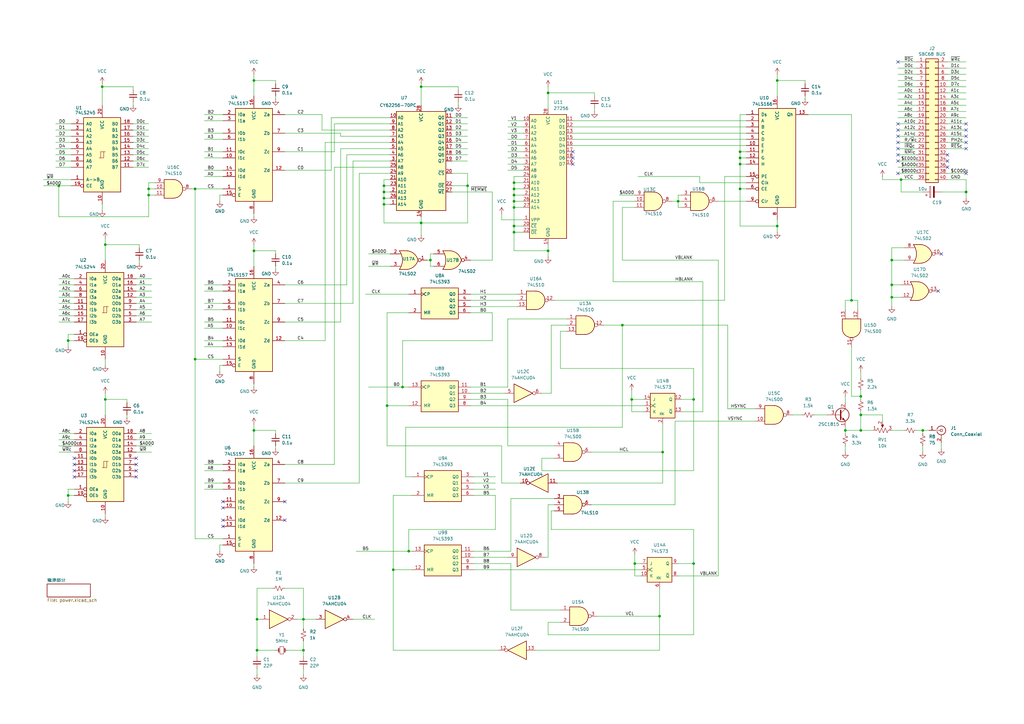
<source format=kicad_sch>
(kicad_sch (version 20231120) (generator "eeschema") (generator_version "8.0")
  (paper "A3")
  (title_block (title "K68-VRAM メイン部分") (date "2024-06-02") (rev "1") (company "KUNI-NET") (comment 4 "K68マイコン用VRAM回路"))
  (lib_symbols
    (symbol "74xx:74AHC04"
      (property "Reference" "U" (at 0 1.27 0))
      (property "Value" "74AHC04" (at 0 -1.27 0))
      (symbol "74AHC04_1_0"
        (pin input line (at -7.62 0 0) (length 3.81) (name "~") (number "1"))
        (pin output inverted (at 7.62 0 180) (length 3.81) (name "~") (number "2"))
      )
      (symbol "74AHC04_2_0"
        (pin input line (at -7.62 0 0) (length 3.81) (name "~") (number "3"))
        (pin output inverted (at 7.62 0 180) (length 3.81) (name "~") (number "4"))
      )
      (symbol "74AHC04_3_0"
        (pin input line (at -7.62 0 0) (length 3.81) (name "~") (number "5"))
        (pin output inverted (at 7.62 0 180) (length 3.81) (name "~") (number "6"))
      )
      (symbol "74AHC04_4_0"
        (pin output inverted (at 7.62 0 180) (length 3.81) (name "~") (number "8"))
        (pin input line (at -7.62 0 0) (length 3.81) (name "~") (number "9"))
      )
      (symbol "74AHC04_5_0"
        (pin output inverted (at 7.62 0 180) (length 3.81) (name "~") (number "10"))
        (pin input line (at -7.62 0 0) (length 3.81) (name "~") (number "11"))
      )
      (symbol "74AHC04_6_0"
        (pin output inverted (at 7.62 0 180) (length 3.81) (name "~") (number "12"))
        (pin input line (at -7.62 0 0) (length 3.81) (name "~") (number "13"))
      )
      (symbol "74AHC04_7_0"
        (pin power_in line (at 0 12.7 270) (length 5.08) (name "VCC") (number "14"))
        (pin power_in line (at 0 -12.7 90) (length 5.08) (name "GND") (number "7"))
      )
    )
    (symbol "74xx:74LS00" (pin_names (offset 1.016))
      (property "Reference" "U" (at 0 1.27 0))
      (property "Value" "74LS00" (at 0 -1.27 0))
      (symbol "74LS00_1_1"
        (pin input line (at -7.62 2.54 0) (length 3.81) (name "~") (number "1"))
        (pin input line (at -7.62 -2.54 0) (length 3.81) (name "~") (number "2"))
        (pin output inverted (at 7.62 0 180) (length 3.81) (name "~") (number "3"))
      )
      (symbol "74LS00_1_2"
        (pin input inverted (at -7.62 2.54 0) (length 4.318) (name "~") (number "1"))
        (pin input inverted (at -7.62 -2.54 0) (length 4.318) (name "~") (number "2"))
        (pin output line (at 7.62 0 180) (length 3.81) (name "~") (number "3"))
      )
      (symbol "74LS00_2_1"
        (pin input line (at -7.62 2.54 0) (length 3.81) (name "~") (number "4"))
        (pin input line (at -7.62 -2.54 0) (length 3.81) (name "~") (number "5"))
        (pin output inverted (at 7.62 0 180) (length 3.81) (name "~") (number "6"))
      )
      (symbol "74LS00_2_2"
        (pin input inverted (at -7.62 2.54 0) (length 4.318) (name "~") (number "4"))
        (pin input inverted (at -7.62 -2.54 0) (length 4.318) (name "~") (number "5"))
        (pin output line (at 7.62 0 180) (length 3.81) (name "~") (number "6"))
      )
      (symbol "74LS00_3_1"
        (pin input line (at -7.62 -2.54 0) (length 3.81) (name "~") (number "10"))
        (pin output inverted (at 7.62 0 180) (length 3.81) (name "~") (number "8"))
        (pin input line (at -7.62 2.54 0) (length 3.81) (name "~") (number "9"))
      )
      (symbol "74LS00_3_2"
        (pin input inverted (at -7.62 -2.54 0) (length 4.318) (name "~") (number "10"))
        (pin output line (at 7.62 0 180) (length 3.81) (name "~") (number "8"))
        (pin input inverted (at -7.62 2.54 0) (length 4.318) (name "~") (number "9"))
      )
      (symbol "74LS00_4_1"
        (pin output inverted (at 7.62 0 180) (length 3.81) (name "~") (number "11"))
        (pin input line (at -7.62 2.54 0) (length 3.81) (name "~") (number "12"))
        (pin input line (at -7.62 -2.54 0) (length 3.81) (name "~") (number "13"))
      )
      (symbol "74LS00_4_2"
        (pin output line (at 7.62 0 180) (length 3.81) (name "~") (number "11"))
        (pin input inverted (at -7.62 2.54 0) (length 4.318) (name "~") (number "12"))
        (pin input inverted (at -7.62 -2.54 0) (length 4.318) (name "~") (number "13"))
      )
      (symbol "74LS00_5_0"
        (pin power_in line (at 0 12.7 270) (length 5.08) (name "VCC") (number "14"))
        (pin power_in line (at 0 -12.7 90) (length 5.08) (name "GND") (number "7"))
      )
    )
    (symbol "74xx:74LS02" (pin_names (offset 1.016))
      (property "Reference" "U" (at 0 1.27 0))
      (property "Value" "74LS02" (at 0 -1.27 0))
      (symbol "74LS02_1_1"
        (pin output inverted (at 7.62 0 180) (length 3.81) (name "~") (number "1"))
        (pin input line (at -7.62 2.54 0) (length 4.318) (name "~") (number "2"))
        (pin input line (at -7.62 -2.54 0) (length 4.318) (name "~") (number "3"))
      )
      (symbol "74LS02_1_2"
        (pin output line (at 7.62 0 180) (length 3.81) (name "~") (number "1"))
        (pin input inverted (at -7.62 2.54 0) (length 3.81) (name "~") (number "2"))
        (pin input inverted (at -7.62 -2.54 0) (length 3.81) (name "~") (number "3"))
      )
      (symbol "74LS02_2_1"
        (pin output inverted (at 7.62 0 180) (length 3.81) (name "~") (number "4"))
        (pin input line (at -7.62 2.54 0) (length 4.318) (name "~") (number "5"))
        (pin input line (at -7.62 -2.54 0) (length 4.318) (name "~") (number "6"))
      )
      (symbol "74LS02_2_2"
        (pin output line (at 7.62 0 180) (length 3.81) (name "~") (number "4"))
        (pin input inverted (at -7.62 2.54 0) (length 3.81) (name "~") (number "5"))
        (pin input inverted (at -7.62 -2.54 0) (length 3.81) (name "~") (number "6"))
      )
      (symbol "74LS02_3_1"
        (pin output inverted (at 7.62 0 180) (length 3.81) (name "~") (number "10"))
        (pin input line (at -7.62 2.54 0) (length 4.318) (name "~") (number "8"))
        (pin input line (at -7.62 -2.54 0) (length 4.318) (name "~") (number "9"))
      )
      (symbol "74LS02_3_2"
        (pin output line (at 7.62 0 180) (length 3.81) (name "~") (number "10"))
        (pin input inverted (at -7.62 2.54 0) (length 3.81) (name "~") (number "8"))
        (pin input inverted (at -7.62 -2.54 0) (length 3.81) (name "~") (number "9"))
      )
      (symbol "74LS02_4_1"
        (pin input line (at -7.62 2.54 0) (length 4.318) (name "~") (number "11"))
        (pin input line (at -7.62 -2.54 0) (length 4.318) (name "~") (number "12"))
        (pin output inverted (at 7.62 0 180) (length 3.81) (name "~") (number "13"))
      )
      (symbol "74LS02_4_2"
        (pin input inverted (at -7.62 2.54 0) (length 3.81) (name "~") (number "11"))
        (pin input inverted (at -7.62 -2.54 0) (length 3.81) (name "~") (number "12"))
        (pin output line (at 7.62 0 180) (length 3.81) (name "~") (number "13"))
      )
      (symbol "74LS02_5_0"
        (pin power_in line (at 0 12.7 270) (length 5.08) (name "VCC") (number "14"))
        (pin power_in line (at 0 -12.7 90) (length 5.08) (name "GND") (number "7"))
      )
    )
    (symbol "74xx:74LS10" (pin_names (offset 1.016))
      (property "Reference" "U" (at 0 1.27 0))
      (property "Value" "74LS10" (at 0 -1.27 0))
      (symbol "74LS10_1_1"
        (pin input line (at -7.62 2.54 0) (length 3.81) (name "~") (number "1"))
        (pin output inverted (at 7.62 0 180) (length 3.81) (name "~") (number "12"))
        (pin input line (at -7.62 -2.54 0) (length 3.81) (name "~") (number "13"))
        (pin input line (at -7.62 0 0) (length 3.81) (name "~") (number "2"))
      )
      (symbol "74LS10_1_2"
        (pin input inverted (at -7.62 2.54 0) (length 4.318) (name "~") (number "1"))
        (pin output line (at 7.62 0 180) (length 3.81) (name "~") (number "12"))
        (pin input inverted (at -7.62 -2.54 0) (length 4.318) (name "~") (number "13"))
        (pin input inverted (at -7.62 0 0) (length 4.953) (name "~") (number "2"))
      )
      (symbol "74LS10_2_1"
        (pin input line (at -7.62 2.54 0) (length 3.81) (name "~") (number "3"))
        (pin input line (at -7.62 0 0) (length 3.81) (name "~") (number "4"))
        (pin input line (at -7.62 -2.54 0) (length 3.81) (name "~") (number "5"))
        (pin output inverted (at 7.62 0 180) (length 3.81) (name "~") (number "6"))
      )
      (symbol "74LS10_2_2"
        (pin input inverted (at -7.62 2.54 0) (length 4.318) (name "~") (number "3"))
        (pin input inverted (at -7.62 0 0) (length 4.953) (name "~") (number "4"))
        (pin input inverted (at -7.62 -2.54 0) (length 4.318) (name "~") (number "5"))
        (pin output line (at 7.62 0 180) (length 3.81) (name "~") (number "6"))
      )
      (symbol "74LS10_3_1"
        (pin input line (at -7.62 0 0) (length 3.81) (name "~") (number "10"))
        (pin input line (at -7.62 -2.54 0) (length 3.81) (name "~") (number "11"))
        (pin output inverted (at 7.62 0 180) (length 3.81) (name "~") (number "8"))
        (pin input line (at -7.62 2.54 0) (length 3.81) (name "~") (number "9"))
      )
      (symbol "74LS10_3_2"
        (pin input inverted (at -7.62 0 0) (length 4.953) (name "~") (number "10"))
        (pin input inverted (at -7.62 -2.54 0) (length 4.318) (name "~") (number "11"))
        (pin output line (at 7.62 0 180) (length 3.81) (name "~") (number "8"))
        (pin input inverted (at -7.62 2.54 0) (length 4.318) (name "~") (number "9"))
      )
      (symbol "74LS10_4_0"
        (pin power_in line (at 0 12.7 270) (length 5.08) (name "VCC") (number "14"))
        (pin power_in line (at 0 -12.7 90) (length 5.08) (name "GND") (number "7"))
      )
    )
    (symbol "74xx:74LS157" (pin_names (offset 1.016))
      (property "Reference" "U" (at -7.62 19.05 0))
      (property "Value" "74LS157" (at -7.62 -21.59 0))
      (symbol "74LS157_1_0"
        (pin input line (at -12.7 -15.24 0) (length 5.08) (name "S") (number "1"))
        (pin input line (at -12.7 -2.54 0) (length 5.08) (name "I1c") (number "10"))
        (pin input line (at -12.7 0 0) (length 5.08) (name "I0c") (number "11"))
        (pin output line (at 12.7 -7.62 180) (length 5.08) (name "Zd") (number "12"))
        (pin input line (at -12.7 -10.16 0) (length 5.08) (name "I1d") (number "13"))
        (pin input line (at -12.7 -7.62 0) (length 5.08) (name "I0d") (number "14"))
        (pin input inverted (at -12.7 -17.78 0) (length 5.08) (name "E") (number "15"))
        (pin power_in line (at 0 22.86 270) (length 5.08) (name "VCC") (number "16"))
        (pin input line (at -12.7 15.24 0) (length 5.08) (name "I0a") (number "2"))
        (pin input line (at -12.7 12.7 0) (length 5.08) (name "I1a") (number "3"))
        (pin output line (at 12.7 15.24 180) (length 5.08) (name "Za") (number "4"))
        (pin input line (at -12.7 7.62 0) (length 5.08) (name "I0b") (number "5"))
        (pin input line (at -12.7 5.08 0) (length 5.08) (name "I1b") (number "6"))
        (pin output line (at 12.7 7.62 180) (length 5.08) (name "Zb") (number "7"))
        (pin power_in line (at 0 -25.4 90) (length 5.08) (name "GND") (number "8"))
        (pin output line (at 12.7 0 180) (length 5.08) (name "Zc") (number "9"))
      )
    )
    (symbol "74xx:74LS166" (pin_names (offset 1.016))
      (property "Reference" "U" (at -7.62 21.59 0))
      (property "Value" "74LS166" (at -7.62 -21.59 0))
      (symbol "74LS166_1_0"
        (pin input line (at -12.7 17.78 0) (length 5.08) (name "Ds") (number "1"))
        (pin input line (at -12.7 5.08 0) (length 5.08) (name "E") (number "10"))
        (pin input line (at -12.7 2.54 0) (length 5.08) (name "F") (number "11"))
        (pin input line (at -12.7 0 0) (length 5.08) (name "G") (number "12"))
        (pin output line (at 12.7 17.78 180) (length 5.08) (name "Qh") (number "13"))
        (pin input line (at -12.7 -2.54 0) (length 5.08) (name "H") (number "14"))
        (pin input inverted (at -12.7 -7.62 0) (length 5.08) (name "PE") (number "15"))
        (pin power_in line (at 0 25.4 270) (length 5.08) (name "VCC") (number "16"))
        (pin input line (at -12.7 15.24 0) (length 5.08) (name "A") (number "2"))
        (pin input line (at -12.7 12.7 0) (length 5.08) (name "B") (number "3"))
        (pin input line (at -12.7 10.16 0) (length 5.08) (name "C") (number "4"))
        (pin input line (at -12.7 7.62 0) (length 5.08) (name "D") (number "5"))
        (pin input inverted (at -12.7 -12.7 0) (length 5.08) (name "CE") (number "6"))
        (pin input line (at -12.7 -10.16 0) (length 5.08) (name "Clk") (number "7"))
        (pin power_in line (at 0 -25.4 90) (length 5.08) (name "GND") (number "8"))
        (pin input inverted (at -12.7 -17.78 0) (length 5.08) (name "Clr") (number "9"))
      )
    )
    (symbol "74xx:74LS244" (pin_names (offset 1.016))
      (property "Reference" "U" (at -7.62 16.51 0))
      (property "Value" "74LS244" (at -7.62 -16.51 0))
      (symbol "74LS244_1_0"
        (pin input inverted (at -12.7 -10.16 0) (length 5.08) (name "OEa") (number "1"))
        (pin power_in line (at 0 -20.32 90) (length 5.08) (name "GND") (number "10"))
        (pin input line (at -12.7 2.54 0) (length 5.08) (name "I0b") (number "11"))
        (pin tri_state line (at 12.7 5.08 180) (length 5.08) (name "O3a") (number "12"))
        (pin input line (at -12.7 0 0) (length 5.08) (name "I1b") (number "13"))
        (pin tri_state line (at 12.7 7.62 180) (length 5.08) (name "O2a") (number "14"))
        (pin input line (at -12.7 -2.54 0) (length 5.08) (name "I2b") (number "15"))
        (pin tri_state line (at 12.7 10.16 180) (length 5.08) (name "O1a") (number "16"))
        (pin input line (at -12.7 -5.08 0) (length 5.08) (name "I3b") (number "17"))
        (pin tri_state line (at 12.7 12.7 180) (length 5.08) (name "O0a") (number "18"))
        (pin input inverted (at -12.7 -12.7 0) (length 5.08) (name "OEb") (number "19"))
        (pin input line (at -12.7 12.7 0) (length 5.08) (name "I0a") (number "2"))
        (pin power_in line (at 0 20.32 270) (length 5.08) (name "VCC") (number "20"))
        (pin tri_state line (at 12.7 -5.08 180) (length 5.08) (name "O3b") (number "3"))
        (pin input line (at -12.7 10.16 0) (length 5.08) (name "I1a") (number "4"))
        (pin tri_state line (at 12.7 -2.54 180) (length 5.08) (name "O2b") (number "5"))
        (pin input line (at -12.7 7.62 0) (length 5.08) (name "I2a") (number "6"))
        (pin tri_state line (at 12.7 0 180) (length 5.08) (name "O1b") (number "7"))
        (pin input line (at -12.7 5.08 0) (length 5.08) (name "I3a") (number "8"))
        (pin tri_state line (at 12.7 2.54 180) (length 5.08) (name "O0b") (number "9"))
      )
    )
    (symbol "74xx:74LS245" (pin_names (offset 1.016))
      (property "Reference" "U" (at -7.62 16.51 0))
      (property "Value" "74LS245" (at -7.62 -16.51 0))
      (symbol "74LS245_1_0"
        (pin input line (at -12.7 -10.16 0) (length 5.08) (name "A->B") (number "1"))
        (pin power_in line (at 0 -20.32 90) (length 5.08) (name "GND") (number "10"))
        (pin tri_state line (at 12.7 -5.08 180) (length 5.08) (name "B7") (number "11"))
        (pin tri_state line (at 12.7 -2.54 180) (length 5.08) (name "B6") (number "12"))
        (pin tri_state line (at 12.7 0 180) (length 5.08) (name "B5") (number "13"))
        (pin tri_state line (at 12.7 2.54 180) (length 5.08) (name "B4") (number "14"))
        (pin tri_state line (at 12.7 5.08 180) (length 5.08) (name "B3") (number "15"))
        (pin tri_state line (at 12.7 7.62 180) (length 5.08) (name "B2") (number "16"))
        (pin tri_state line (at 12.7 10.16 180) (length 5.08) (name "B1") (number "17"))
        (pin tri_state line (at 12.7 12.7 180) (length 5.08) (name "B0") (number "18"))
        (pin input inverted (at -12.7 -12.7 0) (length 5.08) (name "CE") (number "19"))
        (pin tri_state line (at -12.7 12.7 0) (length 5.08) (name "A0") (number "2"))
        (pin power_in line (at 0 20.32 270) (length 5.08) (name "VCC") (number "20"))
        (pin tri_state line (at -12.7 10.16 0) (length 5.08) (name "A1") (number "3"))
        (pin tri_state line (at -12.7 7.62 0) (length 5.08) (name "A2") (number "4"))
        (pin tri_state line (at -12.7 5.08 0) (length 5.08) (name "A3") (number "5"))
        (pin tri_state line (at -12.7 2.54 0) (length 5.08) (name "A4") (number "6"))
        (pin tri_state line (at -12.7 0 0) (length 5.08) (name "A5") (number "7"))
        (pin tri_state line (at -12.7 -2.54 0) (length 5.08) (name "A6") (number "8"))
        (pin tri_state line (at -12.7 -5.08 0) (length 5.08) (name "A7") (number "9"))
      )
    )
    (symbol "74xx:74LS393" (pin_names (offset 1.016))
      (property "Reference" "U" (at -7.62 8.89 0))
      (property "Value" "74LS393" (at -7.62 -8.89 0))
      (symbol "74LS393_1_0"
        (pin input clock (at -12.7 2.54 0) (length 5.08) (name "CP") (number "1"))
        (pin input line (at -12.7 -5.08 0) (length 5.08) (name "MR") (number "2"))
        (pin output line (at 12.7 2.54 180) (length 5.08) (name "Q0") (number "3"))
        (pin output line (at 12.7 0 180) (length 5.08) (name "Q1") (number "4"))
        (pin output line (at 12.7 -2.54 180) (length 5.08) (name "Q2") (number "5"))
        (pin output line (at 12.7 -5.08 180) (length 5.08) (name "Q3") (number "6"))
      )
      (symbol "74LS393_2_0"
        (pin output line (at 12.7 0 180) (length 5.08) (name "Q1") (number "10"))
        (pin output line (at 12.7 2.54 180) (length 5.08) (name "Q0") (number "11"))
        (pin input line (at -12.7 -5.08 0) (length 5.08) (name "MR") (number "12"))
        (pin input clock (at -12.7 2.54 0) (length 5.08) (name "CP") (number "13"))
        (pin output line (at 12.7 -5.08 180) (length 5.08) (name "Q3") (number "8"))
        (pin output line (at 12.7 -2.54 180) (length 5.08) (name "Q2") (number "9"))
      )
      (symbol "74LS393_3_0"
        (pin power_in line (at 0 12.7 270) (length 5.08) (name "VCC") (number "14"))
        (pin power_in line (at 0 -12.7 90) (length 5.08) (name "GND") (number "7"))
      )
    )
    (symbol "74xx:74LS73" (pin_names (offset 1.016))
      (property "Reference" "U" (at -7.62 8.89 0))
      (property "Value" "74LS73" (at -7.62 -8.89 0))
      (symbol "74LS73_1_0"
        (pin input line (at -7.62 -2.54 0) (length 2.54) (name "K") (number "10"))
        (pin input clock (at -7.62 0 0) (length 2.54) (name "C") (number "5"))
        (pin input line (at 0 -7.62 90) (length 2.54) (name "~{R}") (number "6"))
        (pin input line (at -7.62 2.54 0) (length 2.54) (name "J") (number "7"))
        (pin output line (at 7.62 -2.54 180) (length 2.54) (name "~{Q}") (number "8"))
        (pin output line (at 7.62 2.54 180) (length 2.54) (name "Q") (number "9"))
      )
      (symbol "74LS73_2_0"
        (pin input clock (at -7.62 0 0) (length 2.54) (name "C") (number "1"))
        (pin output line (at 7.62 2.54 180) (length 2.54) (name "Q") (number "12"))
        (pin output line (at 7.62 -2.54 180) (length 2.54) (name "~{Q}") (number "13"))
        (pin input line (at -7.62 2.54 0) (length 2.54) (name "J") (number "14"))
        (pin input line (at 0 -7.62 90) (length 2.54) (name "~{R}") (number "2"))
        (pin input line (at -7.62 -2.54 0) (length 2.54) (name "K") (number "3"))
      )
      (symbol "74LS73_3_0"
        (pin power_in line (at 0 -10.16 90) (length 2.54) (name "GND") (number "11"))
        (pin power_in line (at 0 10.16 270) (length 2.54) (name "VCC") (number "4"))
      )
    )
    (symbol "Connector:Conn_Coaxial" (pin_names (offset 1.016) hide)
      (property "Reference" "J" (at 0.254 3.048 0))
      (property "Value" "Conn_Coaxial" (at 2.921 0 90))
      (symbol "Conn_Coaxial_1_1"
        (pin passive line (at -5.08 0 0) (length 2.54) (name "In") (number "1"))
        (pin passive line (at 0 -5.08 90) (length 2.54) (name "Ext") (number "2"))
      )
    )
    (symbol "Connector_Generic:Conn_02x20_Odd_Even" (pin_names (offset 1.016) hide)
      (property "Reference" "J" (at 1.27 25.4 0))
      (property "Value" "Conn_02x20_Odd_Even" (at 1.27 -27.94 0))
      (symbol "Conn_02x20_Odd_Even_1_1"
        (pin passive line (at -5.08 22.86 0) (length 3.81) (name "Pin_1") (number "1"))
        (pin passive line (at 7.62 12.7 180) (length 3.81) (name "Pin_10") (number "10"))
        (pin passive line (at -5.08 10.16 0) (length 3.81) (name "Pin_11") (number "11"))
        (pin passive line (at 7.62 10.16 180) (length 3.81) (name "Pin_12") (number "12"))
        (pin passive line (at -5.08 7.62 0) (length 3.81) (name "Pin_13") (number "13"))
        (pin passive line (at 7.62 7.62 180) (length 3.81) (name "Pin_14") (number "14"))
        (pin passive line (at -5.08 5.08 0) (length 3.81) (name "Pin_15") (number "15"))
        (pin passive line (at 7.62 5.08 180) (length 3.81) (name "Pin_16") (number "16"))
        (pin passive line (at -5.08 2.54 0) (length 3.81) (name "Pin_17") (number "17"))
        (pin passive line (at 7.62 2.54 180) (length 3.81) (name "Pin_18") (number "18"))
        (pin passive line (at -5.08 0 0) (length 3.81) (name "Pin_19") (number "19"))
        (pin passive line (at 7.62 22.86 180) (length 3.81) (name "Pin_2") (number "2"))
        (pin passive line (at 7.62 0 180) (length 3.81) (name "Pin_20") (number "20"))
        (pin passive line (at -5.08 -2.54 0) (length 3.81) (name "Pin_21") (number "21"))
        (pin passive line (at 7.62 -2.54 180) (length 3.81) (name "Pin_22") (number "22"))
        (pin passive line (at -5.08 -5.08 0) (length 3.81) (name "Pin_23") (number "23"))
        (pin passive line (at 7.62 -5.08 180) (length 3.81) (name "Pin_24") (number "24"))
        (pin passive line (at -5.08 -7.62 0) (length 3.81) (name "Pin_25") (number "25"))
        (pin passive line (at 7.62 -7.62 180) (length 3.81) (name "Pin_26") (number "26"))
        (pin passive line (at -5.08 -10.16 0) (length 3.81) (name "Pin_27") (number "27"))
        (pin passive line (at 7.62 -10.16 180) (length 3.81) (name "Pin_28") (number "28"))
        (pin passive line (at -5.08 -12.7 0) (length 3.81) (name "Pin_29") (number "29"))
        (pin passive line (at -5.08 20.32 0) (length 3.81) (name "Pin_3") (number "3"))
        (pin passive line (at 7.62 -12.7 180) (length 3.81) (name "Pin_30") (number "30"))
        (pin passive line (at -5.08 -15.24 0) (length 3.81) (name "Pin_31") (number "31"))
        (pin passive line (at 7.62 -15.24 180) (length 3.81) (name "Pin_32") (number "32"))
        (pin passive line (at -5.08 -17.78 0) (length 3.81) (name "Pin_33") (number "33"))
        (pin passive line (at 7.62 -17.78 180) (length 3.81) (name "Pin_34") (number "34"))
        (pin passive line (at -5.08 -20.32 0) (length 3.81) (name "Pin_35") (number "35"))
        (pin passive line (at 7.62 -20.32 180) (length 3.81) (name "Pin_36") (number "36"))
        (pin passive line (at -5.08 -22.86 0) (length 3.81) (name "Pin_37") (number "37"))
        (pin passive line (at 7.62 -22.86 180) (length 3.81) (name "Pin_38") (number "38"))
        (pin passive line (at -5.08 -25.4 0) (length 3.81) (name "Pin_39") (number "39"))
        (pin passive line (at 7.62 20.32 180) (length 3.81) (name "Pin_4") (number "4"))
        (pin passive line (at 7.62 -25.4 180) (length 3.81) (name "Pin_40") (number "40"))
        (pin passive line (at -5.08 17.78 0) (length 3.81) (name "Pin_5") (number "5"))
        (pin passive line (at 7.62 17.78 180) (length 3.81) (name "Pin_6") (number "6"))
        (pin passive line (at -5.08 15.24 0) (length 3.81) (name "Pin_7") (number "7"))
        (pin passive line (at 7.62 15.24 180) (length 3.81) (name "Pin_8") (number "8"))
        (pin passive line (at -5.08 12.7 0) (length 3.81) (name "Pin_9") (number "9"))
      )
    )
    (symbol "Device:C_Small" (pin_numbers hide) (pin_names (offset 0.254) hide)
      (property "Reference" "C" (at 0.254 1.778 0))
      (property "Value" "C_Small" (at 0.254 -2.032 0))
      (symbol "C_Small_1_1"
        (pin passive line (at 0 2.54 270) (length 2.032) (name "~") (number "1"))
        (pin passive line (at 0 -2.54 90) (length 2.032) (name "~") (number "2"))
      )
    )
    (symbol "Device:Crystal_Small" (pin_numbers hide) (pin_names (offset 1.016) hide)
      (property "Reference" "Y" (at 0 2.54 0))
      (property "Value" "Crystal_Small" (at 0 -2.54 0))
      (symbol "Crystal_Small_1_1"
        (pin passive line (at -2.54 0 0) (length 1.27) (name "1") (number "1"))
        (pin passive line (at 2.54 0 180) (length 1.27) (name "2") (number "2"))
      )
    )
    (symbol "Device:R_Potentiometer_US" (pin_names (offset 1.016) hide)
      (property "Reference" "RV" (at -4.445 0 90))
      (property "Value" "R_Potentiometer_US" (at -2.54 0 90))
      (symbol "R_Potentiometer_US_1_1"
        (pin passive line (at 0 3.81 270) (length 1.27) (name "1") (number "1"))
        (pin passive line (at 3.81 0 180) (length 1.27) (name "2") (number "2"))
        (pin passive line (at 0 -3.81 90) (length 1.27) (name "3") (number "3"))
      )
    )
    (symbol "Device:R_Small_US" (pin_numbers hide) (pin_names (offset 0.254) hide)
      (property "Reference" "R" (at 0.762 0.508 0))
      (property "Value" "R_Small_US" (at 0.762 -1.016 0))
      (symbol "R_Small_US_1_1"
        (pin passive line (at 0 2.54 270) (length 1.016) (name "~") (number "1"))
        (pin passive line (at 0 -2.54 90) (length 1.016) (name "~") (number "2"))
      )
    )
    (symbol "K68-CPUB-rescue:CP-Device" (pin_numbers hide) (pin_names (offset 0.254))
      (property "Reference" "C" (at 0.635 2.54 0))
      (property "Value" "Device_CP" (at 0.635 -2.54 0))
      (symbol "CP-Device_1_1"
        (pin passive line (at 0 3.81 270) (length 2.794) (name "~") (number "1"))
        (pin passive line (at 0 -3.81 90) (length 2.794) (name "~") (number "2"))
      )
    )
    (symbol "K68-CPUB-rescue:GND-power" (power) (pin_names (offset 0))
      (property "Value" "power_GND" (at 0 -3.81 0))
      (symbol "GND-power_1_1"
        (pin power_in line (at 0 0 270) (length 0) hide (name "GND") (number "1"))
      )
    )
    (symbol "Memory_EPROM:27256"
      (property "Reference" "U" (at -7.62 26.67 0))
      (property "Value" "27256" (at 2.54 -26.67 0))
      (symbol "27256_1_1"
        (pin input line (at -10.16 -17.78 0) (length 2.54) (name "VPP") (number "1"))
        (pin input line (at -10.16 22.86 0) (length 2.54) (name "A0") (number "10"))
        (pin tri_state line (at 10.16 22.86 180) (length 2.54) (name "D0") (number "11"))
        (pin tri_state line (at 10.16 20.32 180) (length 2.54) (name "D1") (number "12"))
        (pin tri_state line (at 10.16 17.78 180) (length 2.54) (name "D2") (number "13"))
        (pin power_in line (at 0 -27.94 90) (length 2.54) (name "GND") (number "14"))
        (pin tri_state line (at 10.16 15.24 180) (length 2.54) (name "D3") (number "15"))
        (pin tri_state line (at 10.16 12.7 180) (length 2.54) (name "D4") (number "16"))
        (pin tri_state line (at 10.16 10.16 180) (length 2.54) (name "D5") (number "17"))
        (pin tri_state line (at 10.16 7.62 180) (length 2.54) (name "D6") (number "18"))
        (pin tri_state line (at 10.16 5.08 180) (length 2.54) (name "D7") (number "19"))
        (pin input line (at -10.16 -7.62 0) (length 2.54) (name "A12") (number "2"))
        (pin input line (at -10.16 -20.32 0) (length 2.54) (name "~{CE}") (number "20"))
        (pin input line (at -10.16 -2.54 0) (length 2.54) (name "A10") (number "21"))
        (pin input line (at -10.16 -22.86 0) (length 2.54) (name "~{OE}") (number "22"))
        (pin input line (at -10.16 -5.08 0) (length 2.54) (name "A11") (number "23"))
        (pin input line (at -10.16 0 0) (length 2.54) (name "A9") (number "24"))
        (pin input line (at -10.16 2.54 0) (length 2.54) (name "A8") (number "25"))
        (pin input line (at -10.16 -10.16 0) (length 2.54) (name "A13") (number "26"))
        (pin input line (at -10.16 -12.7 0) (length 2.54) (name "A14") (number "27"))
        (pin power_in line (at 0 27.94 270) (length 2.54) (name "VCC") (number "28"))
        (pin input line (at -10.16 5.08 0) (length 2.54) (name "A7") (number "3"))
        (pin input line (at -10.16 7.62 0) (length 2.54) (name "A6") (number "4"))
        (pin input line (at -10.16 10.16 0) (length 2.54) (name "A5") (number "5"))
        (pin input line (at -10.16 12.7 0) (length 2.54) (name "A4") (number "6"))
        (pin input line (at -10.16 15.24 0) (length 2.54) (name "A3") (number "7"))
        (pin input line (at -10.16 17.78 0) (length 2.54) (name "A2") (number "8"))
        (pin input line (at -10.16 20.32 0) (length 2.54) (name "A1") (number "9"))
      )
    )
    (symbol "Memory_RAM:CY62256-70PC"
      (property "Reference" "U" (at -10.16 20.955 0))
      (property "Value" "CY62256-70PC" (at 2.54 20.955 0))
      (symbol "CY62256-70PC_0_0"
        (pin power_in line (at 0 -22.86 90) (length 2.54) (name "GND") (number "14"))
        (pin power_in line (at 0 22.86 270) (length 2.54) (name "VCC") (number "28"))
      )
      (symbol "CY62256-70PC_1_1"
        (pin input line (at -12.7 -17.78 0) (length 2.54) (name "A14") (number "1"))
        (pin input line (at -12.7 17.78 0) (length 2.54) (name "A0") (number "10"))
        (pin tri_state line (at 12.7 17.78 180) (length 2.54) (name "Q0") (number "11"))
        (pin tri_state line (at 12.7 15.24 180) (length 2.54) (name "Q1") (number "12"))
        (pin tri_state line (at 12.7 12.7 180) (length 2.54) (name "Q2") (number "13"))
        (pin tri_state line (at 12.7 10.16 180) (length 2.54) (name "Q3") (number "15"))
        (pin tri_state line (at 12.7 7.62 180) (length 2.54) (name "Q4") (number "16"))
        (pin tri_state line (at 12.7 5.08 180) (length 2.54) (name "Q5") (number "17"))
        (pin tri_state line (at 12.7 2.54 180) (length 2.54) (name "Q6") (number "18"))
        (pin tri_state line (at 12.7 0 180) (length 2.54) (name "Q7") (number "19"))
        (pin input line (at -12.7 -12.7 0) (length 2.54) (name "A12") (number "2"))
        (pin input line (at 12.7 -5.08 180) (length 2.54) (name "~{CS}") (number "20"))
        (pin input line (at -12.7 -7.62 0) (length 2.54) (name "A10") (number "21"))
        (pin input line (at 12.7 -10.16 180) (length 2.54) (name "~{OE}") (number "22"))
        (pin input line (at -12.7 -10.16 0) (length 2.54) (name "A11") (number "23"))
        (pin input line (at -12.7 -5.08 0) (length 2.54) (name "A9") (number "24"))
        (pin input line (at -12.7 -2.54 0) (length 2.54) (name "A8") (number "25"))
        (pin input line (at -12.7 -15.24 0) (length 2.54) (name "A13") (number "26"))
        (pin input line (at 12.7 -12.7 180) (length 2.54) (name "~{WE}") (number "27"))
        (pin input line (at -12.7 0 0) (length 2.54) (name "A7") (number "3"))
        (pin input line (at -12.7 2.54 0) (length 2.54) (name "A6") (number "4"))
        (pin input line (at -12.7 5.08 0) (length 2.54) (name "A5") (number "5"))
        (pin input line (at -12.7 7.62 0) (length 2.54) (name "A4") (number "6"))
        (pin input line (at -12.7 10.16 0) (length 2.54) (name "A3") (number "7"))
        (pin input line (at -12.7 12.7 0) (length 2.54) (name "A2") (number "8"))
        (pin input line (at -12.7 15.24 0) (length 2.54) (name "A1") (number "9"))
      )
    )
    (symbol "Transistor_BJT:2SC1815" (pin_names (offset 0) hide)
      (property "Reference" "Q" (at 5.08 1.905 0))
      (property "Value" "2SC1815" (at 5.08 0 0))
      (symbol "2SC1815_1_1"
        (pin passive line (at 2.54 -5.08 90) (length 2.54) (name "E") (number "1"))
        (pin passive line (at 2.54 5.08 270) (length 2.54) (name "C") (number "2"))
        (pin input line (at -5.08 0 0) (length 5.08) (name "B") (number "3"))
      )
    )
    (symbol "power:GND" (power) (pin_numbers hide) (pin_names (offset 0) hide)
      (property "Value" "GND" (at 0 -3.81 0))
      (symbol "GND_1_1"
        (pin power_in line (at 0 0 270) (length 0) (name "~") (number "1"))
      )
    )
    (symbol "power:VCC" (power) (pin_numbers hide) (pin_names (offset 0) hide)
      (property "Value" "VCC" (at 0 3.556 0))
      (symbol "VCC_1_1"
        (pin power_in line (at 0 0 90) (length 0) (name "~") (number "1"))
      )
    )
  )
  (junction (at 255.27 133.35))
  (junction (at 104.14 33.02))
  (junction (at 191.77 76.2))
  (junction (at 303.53 62.23))
  (junction (at 172.72 35.56))
  (junction (at 353.06 176.53))
  (junction (at 157.48 83.82))
  (junction (at 284.48 163.83))
  (junction (at 396.24 78.74))
  (junction (at 303.53 64.77))
  (junction (at 80.01 77.47))
  (junction (at 270.51 252.73))
  (junction (at 124.46 254))
  (junction (at 43.18 163.83))
  (junction (at 303.53 77.47))
  (junction (at 365.76 121.92))
  (junction (at 224.79 38.1))
  (junction (at 157.48 78.74))
  (junction (at 80.01 147.32))
  (junction (at 271.78 185.42))
  (junction (at 176.53 106.68))
  (junction (at 259.08 163.83))
  (junction (at 172.72 91.44))
  (junction (at 353.06 162.56))
  (junction (at 260.35 231.14))
  (junction (at 105.41 266.7))
  (junction (at 104.14 176.53))
  (junction (at 353.06 170.18))
  (junction (at 60.96 77.47))
  (junction (at 318.77 92.71))
  (junction (at 303.53 67.31))
  (junction (at 210.82 92.71))
  (junction (at 105.41 254))
  (junction (at 369.57 73.66))
  (junction (at 41.91 35.56))
  (junction (at 210.82 95.25))
  (junction (at 210.82 82.55))
  (junction (at 165.1 158.75))
  (junction (at 378.46 176.53))
  (junction (at 210.82 74.93))
  (junction (at 210.82 85.09))
  (junction (at 167.64 226.06))
  (junction (at 104.14 102.87))
  (junction (at 158.75 166.37))
  (junction (at 27.94 203.2))
  (junction (at 210.82 77.47))
  (junction (at 349.25 123.19))
  (junction (at 24.13 76.2))
  (junction (at 318.77 33.02))
  (junction (at 278.13 82.55))
  (junction (at 210.82 80.01))
  (junction (at 161.29 233.68))
  (junction (at 157.48 76.2))
  (junction (at 43.18 100.33))
  (junction (at 346.71 176.53))
  (junction (at 157.48 81.28))
  (junction (at 284.48 231.14))
  (junction (at 27.94 139.7))
  (junction (at 224.79 102.87))
  (junction (at 365.76 106.68))
  (junction (at 60.96 80.01))
  (junction (at 124.46 266.7))
  (junction (at 365.76 116.84))
  (no_connect (at 388.62 68.58))
  (no_connect (at 386.08 104.14))
  (no_connect (at 116.84 205.74))
  (no_connect (at 396.24 58.42))
  (no_connect (at 30.48 187.96))
  (no_connect (at 396.24 71.12))
  (no_connect (at 368.3 60.96))
  (no_connect (at 368.3 71.12))
  (no_connect (at 30.48 193.04))
  (no_connect (at 116.84 213.36))
  (no_connect (at 55.88 187.96))
  (no_connect (at 396.24 60.96))
  (no_connect (at 55.88 190.5))
  (no_connect (at 396.24 53.34))
  (no_connect (at 368.3 25.4))
  (no_connect (at 396.24 55.88))
  (no_connect (at 234.95 64.77))
  (no_connect (at 368.3 58.42))
  (no_connect (at 91.44 205.74))
  (no_connect (at 368.3 66.04))
  (no_connect (at 91.44 215.9))
  (no_connect (at 234.95 67.31))
  (no_connect (at 55.88 193.04))
  (no_connect (at 388.62 63.5))
  (no_connect (at 384.81 119.38))
  (no_connect (at 30.48 195.58))
  (no_connect (at 30.48 190.5))
  (no_connect (at 368.3 53.34))
  (no_connect (at 91.44 208.28))
  (no_connect (at 91.44 213.36))
  (no_connect (at 55.88 195.58))
  (no_connect (at 368.3 63.5))
  (no_connect (at 388.62 66.04))
  (no_connect (at 396.24 50.8))
  (no_connect (at 368.3 55.88))
  (no_connect (at 368.3 50.8))
  (no_connect (at 234.95 62.23))
  (wire (pts (xy 346.71 162.56) (xy 346.71 165.1)))
  (wire (pts (xy 279.4 163.83) (xy 284.48 163.83)))
  (wire (pts (xy 388.62 55.88) (xy 396.24 55.88)))
  (wire (pts (xy 375.92 176.53) (xy 378.46 176.53)))
  (wire (pts (xy 288.29 168.91) (xy 288.29 115.57)))
  (wire (pts (xy 191.77 76.2) (xy 191.77 91.44)))
  (wire (pts (xy 224.79 35.56) (xy 224.79 38.1)))
  (wire (pts (xy 27.94 203.2) (xy 27.94 200.66)))
  (wire (pts (xy 137.16 62.23) (xy 137.16 50.8)))
  (wire (pts (xy 209.55 204.47) (xy 209.55 226.06)))
  (wire (pts (xy 224.79 255.27) (xy 229.87 255.27)))
  (wire (pts (xy 251.46 115.57) (xy 251.46 82.55)))
  (wire (pts (xy 365.76 101.6) (xy 365.76 106.68)))
  (wire (pts (xy 349.25 123.19) (xy 351.79 123.19)))
  (wire (pts (xy 194.31 198.12) (xy 203.2 198.12)))
  (wire (pts (xy 368.3 40.64) (xy 375.92 40.64)))
  (wire (pts (xy 43.18 163.83) (xy 43.18 170.18)))
  (wire (pts (xy 157.48 76.2) (xy 157.48 73.66)))
  (wire (pts (xy 208.28 163.83) (xy 208.28 182.88)))
  (wire (pts (xy 378.46 182.88) (xy 378.46 185.42)))
  (wire (pts (xy 368.3 60.96) (xy 375.92 60.96)))
  (wire (pts (xy 288.29 115.57) (xy 251.46 115.57)))
  (wire (pts (xy 105.41 241.3) (xy 105.41 254)))
  (wire (pts (xy 365.76 121.92) (xy 365.76 125.73)))
  (wire (pts (xy 124.46 254) (xy 129.54 254)))
  (wire (pts (xy 116.84 116.84) (xy 142.24 116.84)))
  (wire (pts (xy 353.06 162.56) (xy 353.06 163.83)))
  (wire (pts (xy 224.79 102.87) (xy 224.79 105.41)))
  (wire (pts (xy 368.3 58.42) (xy 375.92 58.42)))
  (wire (pts (xy 284.48 163.83) (xy 284.48 193.04)))
  (wire (pts (xy 185.42 76.2) (xy 191.77 76.2)))
  (wire (pts (xy 353.06 152.4) (xy 353.06 154.94)))
  (wire (pts (xy 349.25 123.19) (xy 346.71 123.19)))
  (wire (pts (xy 255.27 106.68) (xy 255.27 85.09)))
  (wire (pts (xy 208.28 64.77) (xy 214.63 64.77)))
  (wire (pts (xy 194.31 231.14) (xy 209.55 231.14)))
  (wire (pts (xy 80.01 77.47) (xy 91.44 77.47)))
  (wire (pts (xy 157.48 83.82) (xy 157.48 81.28)))
  (wire (pts (xy 208.28 158.75) (xy 208.28 130.81)))
  (wire (pts (xy 208.28 49.53) (xy 214.63 49.53)))
  (wire (pts (xy 83.82 116.84) (xy 91.44 116.84)))
  (wire (pts (xy 116.84 124.46) (xy 144.78 124.46)))
  (wire (pts (xy 303.53 64.77) (xy 306.07 64.77)))
  (wire (pts (xy 210.82 80.01) (xy 210.82 82.55)))
  (wire (pts (xy 168.91 203.2) (xy 161.29 203.2)))
  (wire (pts (xy 318.77 90.17) (xy 318.77 92.71)))
  (wire (pts (xy 57.15 101.6) (xy 57.15 100.33)))
  (wire (pts (xy 22.86 50.8) (xy 29.21 50.8)))
  (wire (pts (xy 55.88 114.3) (xy 62.23 114.3)))
  (wire (pts (xy 22.86 60.96) (xy 29.21 60.96)))
  (wire (pts (xy 185.42 63.5) (xy 191.77 63.5)))
  (wire (pts (xy 157.48 78.74) (xy 160.02 78.74)))
  (wire (pts (xy 361.95 72.39) (xy 361.95 73.66)))
  (wire (pts (xy 55.88 127) (xy 62.23 127)))
  (wire (pts (xy 270.51 252.73) (xy 270.51 241.3)))
  (wire (pts (xy 27.94 142.24) (xy 27.94 139.7)))
  (wire (pts (xy 124.46 262.89) (xy 124.46 266.7)))
  (wire (pts (xy 365.76 176.53) (xy 370.84 176.53)))
  (wire (pts (xy 210.82 77.47) (xy 210.82 80.01)))
  (wire (pts (xy 41.91 35.56) (xy 54.61 35.56)))
  (wire (pts (xy 205.74 87.63) (xy 205.74 90.17)))
  (wire (pts (xy 41.91 35.56) (xy 41.91 43.18)))
  (wire (pts (xy 351.79 123.19) (xy 351.79 127)))
  (wire (pts (xy 172.72 35.56) (xy 187.96 35.56)))
  (wire (pts (xy 386.08 181.61) (xy 386.08 184.15)))
  (wire (pts (xy 353.06 160.02) (xy 353.06 162.56)))
  (wire (pts (xy 43.18 100.33) (xy 57.15 100.33)))
  (wire (pts (xy 353.06 170.18) (xy 361.95 170.18)))
  (wire (pts (xy 104.14 173.99) (xy 104.14 176.53)))
  (wire (pts (xy 80.01 147.32) (xy 80.01 220.98)))
  (wire (pts (xy 388.62 45.72) (xy 396.24 45.72)))
  (wire (pts (xy 116.84 139.7) (xy 133.35 139.7)))
  (wire (pts (xy 330.2 39.37) (xy 330.2 40.64)))
  (wire (pts (xy 279.4 168.91) (xy 288.29 168.91)))
  (wire (pts (xy 144.78 124.46) (xy 144.78 66.04)))
  (wire (pts (xy 187.96 41.91) (xy 187.96 43.18)))
  (wire (pts (xy 116.84 69.85) (xy 135.89 69.85)))
  (wire (pts (xy 185.42 53.34) (xy 191.77 53.34)))
  (wire (pts (xy 91.44 149.86) (xy 90.17 149.86)))
  (wire (pts (xy 349.25 162.56) (xy 353.06 162.56)))
  (wire (pts (xy 318.77 92.71) (xy 318.77 95.25)))
  (wire (pts (xy 54.61 36.83) (xy 54.61 35.56)))
  (wire (pts (xy 111.76 241.3) (xy 105.41 241.3)))
  (wire (pts (xy 226.06 209.55) (xy 226.06 217.17)))
  (wire (pts (xy 193.04 125.73) (xy 212.09 125.73)))
  (wire (pts (xy 27.94 200.66) (xy 30.48 200.66)))
  (wire (pts (xy 43.18 147.32) (xy 43.18 149.86)))
  (wire (pts (xy 271.78 185.42) (xy 271.78 173.99)))
  (wire (pts (xy 210.82 85.09) (xy 210.82 92.71)))
  (wire (pts (xy 55.88 116.84) (xy 62.23 116.84)))
  (wire (pts (xy 157.48 81.28) (xy 157.48 78.74)))
  (wire (pts (xy 144.78 254) (xy 153.67 254)))
  (wire (pts (xy 24.13 129.54) (xy 30.48 129.54)))
  (wire (pts (xy 60.96 74.93) (xy 60.96 77.47)))
  (wire (pts (xy 210.82 82.55) (xy 214.63 82.55)))
  (wire (pts (xy 24.13 76.2) (xy 24.13 88.9)))
  (wire (pts (xy 158.75 166.37) (xy 158.75 182.88)))
  (wire (pts (xy 368.3 66.04) (xy 375.92 66.04)))
  (wire (pts (xy 255.27 85.09) (xy 260.35 85.09)))
  (wire (pts (xy 346.71 176.53) (xy 353.06 176.53)))
  (wire (pts (xy 226.06 133.35) (xy 226.06 161.29)))
  (wire (pts (xy 60.96 88.9) (xy 60.96 80.01)))
  (wire (pts (xy 271.78 198.12) (xy 271.78 185.42)))
  (wire (pts (xy 83.82 69.85) (xy 91.44 69.85)))
  (wire (pts (xy 297.18 72.39) (xy 306.07 72.39)))
  (wire (pts (xy 368.3 30.48) (xy 375.92 30.48)))
  (wire (pts (xy 193.04 123.19) (xy 212.09 123.19)))
  (wire (pts (xy 113.03 39.37) (xy 113.03 40.64)))
  (wire (pts (xy 369.57 73.66) (xy 369.57 78.74)))
  (wire (pts (xy 368.3 68.58) (xy 375.92 68.58)))
  (wire (pts (xy 260.35 236.22) (xy 262.89 236.22)))
  (wire (pts (xy 24.13 177.8) (xy 30.48 177.8)))
  (wire (pts (xy 242.57 185.42) (xy 271.78 185.42)))
  (wire (pts (xy 27.94 139.7) (xy 27.94 137.16)))
  (wire (pts (xy 208.28 62.23) (xy 214.63 62.23)))
  (wire (pts (xy 368.3 25.4) (xy 375.92 25.4)))
  (wire (pts (xy 193.04 128.27) (xy 201.93 128.27)))
  (wire (pts (xy 80.01 220.98) (xy 91.44 220.98)))
  (wire (pts (xy 24.13 114.3) (xy 30.48 114.3)))
  (wire (pts (xy 208.28 67.31) (xy 214.63 67.31)))
  (wire (pts (xy 191.77 91.44) (xy 172.72 91.44)))
  (wire (pts (xy 193.04 166.37) (xy 264.16 166.37)))
  (wire (pts (xy 205.74 198.12) (xy 213.36 198.12)))
  (wire (pts (xy 209.55 204.47) (xy 227.33 204.47)))
  (wire (pts (xy 208.28 69.85) (xy 214.63 69.85)))
  (wire (pts (xy 193.04 163.83) (xy 208.28 163.83)))
  (wire (pts (xy 151.13 158.75) (xy 165.1 158.75)))
  (wire (pts (xy 54.61 68.58) (xy 60.96 68.58)))
  (wire (pts (xy 55.88 182.88) (xy 62.23 182.88)))
  (wire (pts (xy 260.35 231.14) (xy 262.89 231.14)))
  (wire (pts (xy 378.46 176.53) (xy 381 176.53)))
  (wire (pts (xy 193.04 161.29) (xy 207.01 161.29)))
  (wire (pts (xy 368.3 53.34) (xy 375.92 53.34)))
  (wire (pts (xy 388.62 48.26) (xy 396.24 48.26)))
  (wire (pts (xy 303.53 67.31) (xy 303.53 77.47)))
  (wire (pts (xy 255.27 133.35) (xy 298.45 133.35)))
  (wire (pts (xy 224.79 207.01) (xy 224.79 228.6)))
  (wire (pts (xy 303.53 92.71) (xy 318.77 92.71)))
  (wire (pts (xy 205.74 90.17) (xy 214.63 90.17)))
  (wire (pts (xy 331.47 46.99) (xy 349.25 46.99)))
  (wire (pts (xy 369.57 78.74) (xy 378.46 78.74)))
  (wire (pts (xy 167.64 128.27) (xy 158.75 128.27)))
  (wire (pts (xy 55.88 185.42) (xy 62.23 185.42)))
  (wire (pts (xy 24.13 76.2) (xy 29.21 76.2)))
  (wire (pts (xy 365.76 116.84) (xy 369.57 116.84)))
  (wire (pts (xy 80.01 147.32) (xy 91.44 147.32)))
  (wire (pts (xy 113.03 34.29) (xy 113.03 33.02)))
  (wire (pts (xy 278.13 80.01) (xy 278.13 82.55)))
  (wire (pts (xy 226.06 217.17) (xy 284.48 217.17)))
  (wire (pts (xy 104.14 176.53) (xy 113.03 176.53)))
  (wire (pts (xy 194.31 195.58) (xy 203.2 195.58)))
  (wire (pts (xy 116.84 132.08) (xy 139.7 132.08)))
  (wire (pts (xy 22.86 68.58) (xy 29.21 68.58)))
  (wire (pts (xy 83.82 132.08) (xy 91.44 132.08)))
  (wire (pts (xy 224.79 38.1) (xy 224.79 44.45)))
  (wire (pts (xy 168.91 195.58) (xy 166.37 195.58)))
  (wire (pts (xy 54.61 63.5) (xy 60.96 63.5)))
  (wire (pts (xy 243.84 39.37) (xy 243.84 38.1)))
  (wire (pts (xy 294.64 106.68) (xy 255.27 106.68)))
  (wire (pts (xy 24.13 121.92) (xy 30.48 121.92)))
  (wire (pts (xy 124.46 254) (xy 121.92 254)))
  (wire (pts (xy 55.88 180.34) (xy 62.23 180.34)))
  (wire (pts (xy 83.82 46.99) (xy 91.44 46.99)))
  (wire (pts (xy 83.82 64.77) (xy 91.44 64.77)))
  (wire (pts (xy 298.45 167.64) (xy 309.88 167.64)))
  (wire (pts (xy 139.7 55.88) (xy 160.02 55.88)))
  (wire (pts (xy 287.02 72.39) (xy 287.02 74.93)))
  (wire (pts (xy 90.17 80.01) (xy 90.17 82.55)))
  (wire (pts (xy 386.08 78.74) (xy 396.24 78.74)))
  (wire (pts (xy 24.13 124.46) (xy 30.48 124.46)))
  (wire (pts (xy 368.3 27.94) (xy 375.92 27.94)))
  (wire (pts (xy 208.28 57.15) (xy 214.63 57.15)))
  (wire (pts (xy 276.86 172.72) (xy 309.88 172.72)))
  (wire (pts (xy 318.77 33.02) (xy 330.2 33.02)))
  (wire (pts (xy 104.14 30.48) (xy 104.14 33.02)))
  (wire (pts (xy 185.42 50.8) (xy 191.77 50.8)))
  (wire (pts (xy 135.89 48.26) (xy 160.02 48.26)))
  (wire (pts (xy 210.82 102.87) (xy 224.79 102.87)))
  (wire (pts (xy 303.53 77.47) (xy 303.53 92.71)))
  (wire (pts (xy 157.48 76.2) (xy 160.02 76.2)))
  (wire (pts (xy 172.72 88.9) (xy 172.72 91.44)))
  (wire (pts (xy 43.18 100.33) (xy 43.18 106.68)))
  (wire (pts (xy 203.2 217.17) (xy 203.2 203.2)))
  (wire (pts (xy 104.14 33.02) (xy 113.03 33.02)))
  (wire (pts (xy 388.62 60.96) (xy 396.24 60.96)))
  (wire (pts (xy 261.62 72.39) (xy 287.02 72.39)))
  (wire (pts (xy 132.08 53.34) (xy 160.02 53.34)))
  (wire (pts (xy 157.48 81.28) (xy 160.02 81.28)))
  (wire (pts (xy 306.07 46.99) (xy 303.53 46.99)))
  (wire (pts (xy 158.75 166.37) (xy 167.64 166.37)))
  (wire (pts (xy 368.3 38.1) (xy 375.92 38.1)))
  (wire (pts (xy 167.64 217.17) (xy 167.64 226.06)))
  (wire (pts (xy 24.13 132.08) (xy 30.48 132.08)))
  (wire (pts (xy 133.35 58.42) (xy 160.02 58.42)))
  (wire (pts (xy 166.37 195.58) (xy 166.37 175.26)))
  (wire (pts (xy 369.57 73.66) (xy 375.92 73.66)))
  (wire (pts (xy 388.62 73.66) (xy 396.24 73.66)))
  (wire (pts (xy 22.86 55.88) (xy 29.21 55.88)))
  (wire (pts (xy 185.42 55.88) (xy 191.77 55.88)))
  (wire (pts (xy 388.62 43.18) (xy 396.24 43.18)))
  (wire (pts (xy 227.33 209.55) (xy 226.06 209.55)))
  (wire (pts (xy 370.84 101.6) (xy 365.76 101.6)))
  (wire (pts (xy 24.13 119.38) (xy 30.48 119.38)))
  (wire (pts (xy 278.13 231.14) (xy 284.48 231.14)))
  (wire (pts (xy 113.03 104.14) (xy 113.03 102.87)))
  (wire (pts (xy 388.62 71.12) (xy 396.24 71.12)))
  (wire (pts (xy 259.08 163.83) (xy 259.08 168.91)))
  (wire (pts (xy 124.46 274.32) (xy 124.46 276.86)))
  (wire (pts (xy 22.86 66.04) (xy 29.21 66.04)))
  (wire (pts (xy 142.24 63.5) (xy 160.02 63.5)))
  (wire (pts (xy 349.25 46.99) (xy 349.25 123.19)))
  (wire (pts (xy 368.3 33.02) (xy 375.92 33.02)))
  (wire (pts (xy 388.62 38.1) (xy 396.24 38.1)))
  (wire (pts (xy 90.17 149.86) (xy 90.17 152.4)))
  (wire (pts (xy 276.86 207.01) (xy 276.86 172.72)))
  (wire (pts (xy 303.53 62.23) (xy 306.07 62.23)))
  (wire (pts (xy 116.84 241.3) (xy 124.46 241.3)))
  (wire (pts (xy 177.8 104.14) (xy 176.53 104.14)))
  (wire (pts (xy 147.32 198.12) (xy 147.32 71.12)))
  (wire (pts (xy 105.41 274.32) (xy 105.41 276.86)))
  (wire (pts (xy 83.82 72.39) (xy 91.44 72.39)))
  (wire (pts (xy 139.7 60.96) (xy 160.02 60.96)))
  (wire (pts (xy 22.86 63.5) (xy 29.21 63.5)))
  (wire (pts (xy 388.62 53.34) (xy 396.24 53.34)))
  (wire (pts (xy 176.53 106.68) (xy 176.53 109.22)))
  (wire (pts (xy 346.71 176.53) (xy 346.71 177.8)))
  (wire (pts (xy 227.33 123.19) (xy 297.18 123.19)))
  (wire (pts (xy 157.48 83.82) (xy 160.02 83.82)))
  (wire (pts (xy 349.25 142.24) (xy 349.25 162.56)))
  (wire (pts (xy 294.64 106.68) (xy 294.64 236.22)))
  (wire (pts (xy 303.53 64.77) (xy 303.53 67.31)))
  (wire (pts (xy 144.78 66.04) (xy 160.02 66.04)))
  (wire (pts (xy 234.95 57.15) (xy 306.07 57.15)))
  (wire (pts (xy 228.6 198.12) (xy 271.78 198.12)))
  (wire (pts (xy 318.77 30.48) (xy 318.77 33.02)))
  (wire (pts (xy 243.84 44.45) (xy 243.84 45.72)))
  (wire (pts (xy 209.55 231.14) (xy 209.55 250.19)))
  (wire (pts (xy 346.71 175.26) (xy 346.71 176.53)))
  (wire (pts (xy 361.95 170.18) (xy 361.95 172.72)))
  (wire (pts (xy 254 80.01) (xy 260.35 80.01)))
  (wire (pts (xy 242.57 207.01) (xy 276.86 207.01)))
  (wire (pts (xy 278.13 85.09) (xy 279.4 85.09)))
  (wire (pts (xy 167.64 217.17) (xy 203.2 217.17)))
  (wire (pts (xy 55.88 132.08) (xy 62.23 132.08)))
  (wire (pts (xy 55.88 121.92) (xy 62.23 121.92)))
  (wire (pts (xy 222.25 161.29) (xy 226.06 161.29)))
  (wire (pts (xy 210.82 92.71) (xy 210.82 95.25)))
  (wire (pts (xy 55.88 129.54) (xy 62.23 129.54)))
  (wire (pts (xy 22.86 58.42) (xy 29.21 58.42)))
  (wire (pts (xy 388.62 25.4) (xy 396.24 25.4)))
  (wire (pts (xy 175.26 106.68) (xy 176.53 106.68)))
  (wire (pts (xy 105.41 254) (xy 105.41 266.7)))
  (wire (pts (xy 104.14 87.63) (xy 104.14 88.9)))
  (wire (pts (xy 208.28 59.69) (xy 214.63 59.69)))
  (wire (pts (xy 146.05 226.06) (xy 167.64 226.06)))
  (wire (pts (xy 83.82 54.61) (xy 91.44 54.61)))
  (wire (pts (xy 287.02 74.93) (xy 306.07 74.93)))
  (wire (pts (xy 194.31 200.66) (xy 203.2 200.66)))
  (wire (pts (xy 224.79 100.33) (xy 224.79 102.87)))
  (wire (pts (xy 80.01 77.47) (xy 80.01 147.32)))
  (wire (pts (xy 388.62 58.42) (xy 396.24 58.42)))
  (wire (pts (xy 303.53 62.23) (xy 303.53 64.77)))
  (wire (pts (xy 210.82 95.25) (xy 214.63 95.25)))
  (wire (pts (xy 346.71 123.19) (xy 346.71 127)))
  (wire (pts (xy 105.41 269.24) (xy 105.41 266.7)))
  (wire (pts (xy 83.82 200.66) (xy 91.44 200.66)))
  (wire (pts (xy 83.82 134.62) (xy 91.44 134.62)))
  (wire (pts (xy 135.89 69.85) (xy 135.89 48.26)))
  (wire (pts (xy 208.28 54.61) (xy 214.63 54.61)))
  (wire (pts (xy 222.25 187.96) (xy 227.33 187.96)))
  (wire (pts (xy 270.51 266.7) (xy 219.71 266.7)))
  (wire (pts (xy 205.74 182.88) (xy 205.74 198.12)))
  (wire (pts (xy 368.3 43.18) (xy 375.92 43.18)))
  (wire (pts (xy 185.42 78.74) (xy 201.93 78.74)))
  (wire (pts (xy 149.86 120.65) (xy 167.64 120.65)))
  (wire (pts (xy 284.48 151.13) (xy 284.48 163.83)))
  (wire (pts (xy 229.87 151.13) (xy 284.48 151.13)))
  (wire (pts (xy 52.07 165.1) (xy 52.07 163.83)))
  (wire (pts (xy 104.14 102.87) (xy 113.03 102.87)))
  (wire (pts (xy 353.06 168.91) (xy 353.06 170.18)))
  (wire (pts (xy 275.59 82.55) (xy 278.13 82.55)))
  (wire (pts (xy 306.07 77.47) (xy 303.53 77.47)))
  (wire (pts (xy 60.96 80.01) (xy 63.5 80.01)))
  (wire (pts (xy 232.41 135.89) (xy 229.87 135.89)))
  (wire (pts (xy 158.75 128.27) (xy 158.75 166.37)))
  (wire (pts (xy 17.78 73.66) (xy 29.21 73.66)))
  (wire (pts (xy 167.64 226.06) (xy 168.91 226.06)))
  (wire (pts (xy 284.48 217.17) (xy 284.48 231.14)))
  (wire (pts (xy 255.27 175.26) (xy 255.27 133.35)))
  (wire (pts (xy 63.5 74.93) (xy 60.96 74.93)))
  (wire (pts (xy 185.42 66.04) (xy 191.77 66.04)))
  (wire (pts (xy 222.25 193.04) (xy 222.25 187.96)))
  (wire (pts (xy 388.62 30.48) (xy 396.24 30.48)))
  (wire (pts (xy 330.2 34.29) (xy 330.2 33.02)))
  (wire (pts (xy 166.37 175.26) (xy 255.27 175.26)))
  (wire (pts (xy 334.01 170.18) (xy 339.09 170.18)))
  (wire (pts (xy 104.14 33.02) (xy 104.14 39.37)))
  (wire (pts (xy 105.41 266.7) (xy 113.03 266.7)))
  (wire (pts (xy 54.61 58.42) (xy 60.96 58.42)))
  (wire (pts (xy 194.31 233.68) (xy 262.89 233.68)))
  (wire (pts (xy 270.51 252.73) (xy 270.51 266.7)))
  (wire (pts (xy 43.18 161.29) (xy 43.18 163.83)))
  (wire (pts (xy 147.32 71.12) (xy 160.02 71.12)))
  (wire (pts (xy 208.28 182.88) (xy 227.33 182.88)))
  (wire (pts (xy 260.35 227.33) (xy 260.35 231.14)))
  (wire (pts (xy 113.03 177.8) (xy 113.03 176.53)))
  (wire (pts (xy 185.42 60.96) (xy 191.77 60.96)))
  (wire (pts (xy 116.84 62.23) (xy 137.16 62.23)))
  (wire (pts (xy 139.7 132.08) (xy 139.7 60.96)))
  (wire (pts (xy 378.46 176.53) (xy 378.46 177.8)))
  (wire (pts (xy 201.93 78.74) (xy 201.93 106.68)))
  (wire (pts (xy 113.03 109.22) (xy 113.03 110.49)))
  (wire (pts (xy 193.04 120.65) (xy 212.09 120.65)))
  (wire (pts (xy 43.18 163.83) (xy 52.07 163.83)))
  (wire (pts (xy 104.14 231.14) (xy 104.14 232.41)))
  (wire (pts (xy 124.46 241.3) (xy 124.46 254)))
  (wire (pts (xy 294.64 82.55) (xy 306.07 82.55)))
  (wire (pts (xy 116.84 198.12) (xy 147.32 198.12)))
  (wire (pts (xy 388.62 50.8) (xy 396.24 50.8)))
  (wire (pts (xy 204.47 266.7) (xy 161.29 266.7)))
  (wire (pts (xy 41.91 34.29) (xy 41.91 35.56)))
  (wire (pts (xy 278.13 236.22) (xy 294.64 236.22)))
  (wire (pts (xy 278.13 82.55) (xy 278.13 85.09)))
  (wire (pts (xy 353.06 170.18) (xy 353.06 176.53)))
  (wire (pts (xy 259.08 163.83) (xy 264.16 163.83)))
  (wire (pts (xy 55.88 119.38) (xy 62.23 119.38)))
  (wire (pts (xy 194.31 228.6) (xy 208.28 228.6)))
  (wire (pts (xy 161.29 233.68) (xy 168.91 233.68)))
  (wire (pts (xy 224.79 260.35) (xy 224.79 255.27)))
  (wire (pts (xy 208.28 130.81) (xy 232.41 130.81)))
  (wire (pts (xy 201.93 106.68) (xy 193.04 106.68)))
  (wire (pts (xy 172.72 34.29) (xy 172.72 35.56)))
  (wire (pts (xy 165.1 158.75) (xy 165.1 139.7)))
  (wire (pts (xy 54.61 66.04) (xy 60.96 66.04)))
  (wire (pts (xy 157.48 91.44) (xy 157.48 83.82)))
  (wire (pts (xy 368.3 50.8) (xy 375.92 50.8)))
  (wire (pts (xy 368.3 71.12) (xy 375.92 71.12)))
  (wire (pts (xy 209.55 250.19) (xy 229.87 250.19)))
  (wire (pts (xy 91.44 80.01) (xy 90.17 80.01)))
  (wire (pts (xy 132.08 46.99) (xy 132.08 53.34)))
  (wire (pts (xy 234.95 49.53) (xy 306.07 49.53)))
  (wire (pts (xy 124.46 257.81) (xy 124.46 254)))
  (wire (pts (xy 161.29 203.2) (xy 161.29 233.68)))
  (wire (pts (xy 298.45 133.35) (xy 298.45 167.64)))
  (wire (pts (xy 365.76 116.84) (xy 365.76 121.92)))
  (wire (pts (xy 234.95 54.61) (xy 306.07 54.61)))
  (wire (pts (xy 245.11 252.73) (xy 270.51 252.73)))
  (wire (pts (xy 388.62 27.94) (xy 396.24 27.94)))
  (wire (pts (xy 83.82 62.23) (xy 91.44 62.23)))
  (wire (pts (xy 284.48 260.35) (xy 224.79 260.35)))
  (wire (pts (xy 137.16 50.8) (xy 160.02 50.8)))
  (wire (pts (xy 27.94 139.7) (xy 30.48 139.7)))
  (wire (pts (xy 52.07 170.18) (xy 52.07 171.45)))
  (wire (pts (xy 191.77 71.12) (xy 191.77 76.2)))
  (wire (pts (xy 210.82 74.93) (xy 210.82 77.47)))
  (wire (pts (xy 158.75 182.88) (xy 205.74 182.88)))
  (wire (pts (xy 24.13 180.34) (xy 30.48 180.34)))
  (wire (pts (xy 91.44 223.52) (xy 90.17 223.52)))
  (wire (pts (xy 187.96 36.83) (xy 187.96 35.56)))
  (wire (pts (xy 54.61 55.88) (xy 60.96 55.88)))
  (wire (pts (xy 83.82 139.7) (xy 91.44 139.7)))
  (wire (pts (xy 176.53 104.14) (xy 176.53 106.68)))
  (wire (pts (xy 396.24 78.74) (xy 396.24 81.28)))
  (wire (pts (xy 388.62 33.02) (xy 396.24 33.02)))
  (wire (pts (xy 247.65 133.35) (xy 255.27 133.35)))
  (wire (pts (xy 83.82 142.24) (xy 91.44 142.24)))
  (wire (pts (xy 54.61 60.96) (xy 60.96 60.96)))
  (wire (pts (xy 43.18 210.82) (xy 43.18 212.09)))
  (wire (pts (xy 210.82 85.09) (xy 214.63 85.09)))
  (wire (pts (xy 224.79 207.01) (xy 227.33 207.01)))
  (wire (pts (xy 83.82 57.15) (xy 91.44 57.15)))
  (wire (pts (xy 27.94 137.16) (xy 30.48 137.16)))
  (wire (pts (xy 365.76 121.92) (xy 369.57 121.92)))
  (wire (pts (xy 226.06 133.35) (xy 232.41 133.35)))
  (wire (pts (xy 116.84 54.61) (xy 139.7 54.61)))
  (wire (pts (xy 172.72 91.44) (xy 172.72 96.52)))
  (wire (pts (xy 54.61 41.91) (xy 54.61 43.18)))
  (wire (pts (xy 55.88 124.46) (xy 62.23 124.46)))
  (wire (pts (xy 185.42 58.42) (xy 191.77 58.42)))
  (wire (pts (xy 259.08 160.02) (xy 259.08 163.83)))
  (wire (pts (xy 194.31 226.06) (xy 209.55 226.06)))
  (wire (pts (xy 24.13 185.42) (xy 30.48 185.42)))
  (wire (pts (xy 260.35 231.14) (xy 260.35 236.22)))
  (wire (pts (xy 54.61 50.8) (xy 60.96 50.8)))
  (wire (pts (xy 24.13 182.88) (xy 30.48 182.88)))
  (wire (pts (xy 24.13 88.9) (xy 60.96 88.9)))
  (wire (pts (xy 142.24 116.84) (xy 142.24 63.5)))
  (wire (pts (xy 318.77 33.02) (xy 318.77 39.37)))
  (wire (pts (xy 57.15 106.68) (xy 57.15 107.95)))
  (wire (pts (xy 17.78 76.2) (xy 24.13 76.2)))
  (wire (pts (xy 210.82 72.39) (xy 214.63 72.39)))
  (wire (pts (xy 388.62 40.64) (xy 396.24 40.64)))
  (wire (pts (xy 284.48 193.04) (xy 222.25 193.04)))
  (wire (pts (xy 83.82 124.46) (xy 91.44 124.46)))
  (wire (pts (xy 54.61 53.34) (xy 60.96 53.34)))
  (wire (pts (xy 104.14 102.87) (xy 104.14 109.22)))
  (wire (pts (xy 224.79 38.1) (xy 243.84 38.1)))
  (wire (pts (xy 368.3 35.56) (xy 375.92 35.56)))
  (wire (pts (xy 365.76 106.68) (xy 370.84 106.68)))
  (wire (pts (xy 365.76 106.68) (xy 365.76 116.84)))
  (wire (pts (xy 165.1 139.7) (xy 201.93 139.7)))
  (wire (pts (xy 165.1 158.75) (xy 167.64 158.75)))
  (wire (pts (xy 60.96 77.47) (xy 60.96 80.01)))
  (wire (pts (xy 208.28 52.07) (xy 214.63 52.07)))
  (wire (pts (xy 361.95 73.66) (xy 369.57 73.66)))
  (wire (pts (xy 151.13 104.14) (xy 160.02 104.14)))
  (wire (pts (xy 27.94 203.2) (xy 30.48 203.2)))
  (wire (pts (xy 210.82 80.01) (xy 214.63 80.01)))
  (wire (pts (xy 303.53 46.99) (xy 303.53 62.23)))
  (wire (pts (xy 104.14 176.53) (xy 104.14 182.88)))
  (wire (pts (xy 210.82 72.39) (xy 210.82 74.93)))
  (wire (pts (xy 133.35 139.7) (xy 133.35 58.42)))
  (wire (pts (xy 55.88 177.8) (xy 62.23 177.8)))
  (wire (pts (xy 106.68 254) (xy 105.41 254)))
  (wire (pts (xy 325.12 170.18) (xy 328.93 170.18)))
  (wire (pts (xy 27.94 205.74) (xy 27.94 203.2)))
  (wire (pts (xy 279.4 80.01) (xy 278.13 80.01)))
  (wire (pts (xy 113.03 182.88) (xy 113.03 184.15)))
  (wire (pts (xy 157.48 73.66) (xy 160.02 73.66)))
  (wire (pts (xy 104.14 157.48) (xy 104.14 158.75)))
  (wire (pts (xy 24.13 127) (xy 30.48 127)))
  (wire (pts (xy 303.53 67.31) (xy 306.07 67.31)))
  (wire (pts (xy 83.82 49.53) (xy 91.44 49.53)))
  (wire (pts (xy 229.87 135.89) (xy 229.87 151.13)))
  (wire (pts (xy 83.82 193.04) (xy 91.44 193.04)))
  (wire (pts (xy 116.84 190.5) (xy 137.16 190.5)))
  (wire (pts (xy 194.31 203.2) (xy 203.2 203.2)))
  (wire (pts (xy 83.82 127) (xy 91.44 127)))
  (wire (pts (xy 116.84 46.99) (xy 132.08 46.99)))
  (wire (pts (xy 60.96 77.47) (xy 63.5 77.47)))
  (wire (pts (xy 388.62 35.56) (xy 396.24 35.56)))
  (wire (pts (xy 104.14 100.33) (xy 104.14 102.87)))
  (wire (pts (xy 24.13 116.84) (xy 30.48 116.84)))
  (wire (pts (xy 185.42 48.26) (xy 191.77 48.26)))
  (wire (pts (xy 151.13 109.22) (xy 160.02 109.22)))
  (wire (pts (xy 78.74 77.47) (xy 80.01 77.47)))
  (wire (pts (xy 41.91 83.82) (xy 41.91 86.36)))
  (wire (pts (xy 43.18 97.79) (xy 43.18 100.33)))
  (wire (pts (xy 118.11 266.7) (xy 124.46 266.7)))
  (wire (pts (xy 210.82 95.25) (xy 210.82 102.87)))
  (wire (pts (xy 185.42 71.12) (xy 191.77 71.12)))
  (wire (pts (xy 368.3 55.88) (xy 375.92 55.88)))
  (wire (pts (xy 234.95 52.07) (xy 306.07 52.07)))
  (wire (pts (xy 223.52 228.6) (xy 224.79 228.6)))
  (wire (pts (xy 396.24 78.74) (xy 396.24 73.66)))
  (wire (pts (xy 172.72 91.44) (xy 157.48 91.44)))
  (wire (pts (xy 176.53 109.22) (xy 177.8 109.22)))
  (wire (pts (xy 210.82 77.47) (xy 214.63 77.47)))
  (wire (pts (xy 210.82 92.71) (xy 214.63 92.71)))
  (wire (pts (xy 201.93 139.7) (xy 201.93 128.27)))
  (wire (pts (xy 83.82 190.5) (xy 91.44 190.5)))
  (wire (pts (xy 22.86 53.34) (xy 29.21 53.34)))
  (wire (pts (xy 259.08 168.91) (xy 264.16 168.91)))
  (wire (pts (xy 368.3 48.26) (xy 375.92 48.26)))
  (wire (pts (xy 251.46 82.55) (xy 260.35 82.55)))
  (wire (pts (xy 210.82 74.93) (xy 214.63 74.93)))
  (wire (pts (xy 172.72 35.56) (xy 172.72 43.18)))
  (wire (pts (xy 124.46 266.7) (xy 124.46 269.24)))
  (wire (pts (xy 368.3 45.72) (xy 375.92 45.72)))
  (wire (pts (xy 193.04 158.75) (xy 208.28 158.75)))
  (wire (pts (xy 353.06 176.53) (xy 358.14 176.53)))
  (wire (pts (xy 137.16 190.5) (xy 137.16 68.58)))
  (wire (pts (xy 139.7 54.61) (xy 139.7 55.88)))
  (wire (pts (xy 90.17 223.52) (xy 90.17 226.06)))
  (wire (pts (xy 161.29 266.7) (xy 161.29 233.68)))
  (wire (pts (xy 284.48 231.14) (xy 284.48 260.35)))
  (wire (pts (xy 137.16 68.58) (xy 160.02 68.58)))
  (wire (pts (xy 210.82 82.55) (xy 210.82 85.09)))
  (wire (pts (xy 297.18 123.19) (xy 297.18 72.39)))
  (wire (pts (xy 278.13 82.55) (xy 279.4 82.55)))
  (wire (pts (xy 234.95 59.69) (xy 306.07 59.69)))
  (wire (pts (xy 157.48 78.74) (xy 157.48 76.2)))
  (wire (pts (xy 83.82 119.38) (xy 91.44 119.38)))
  (wire (pts (xy 83.82 198.12) (xy 91.44 198.12)))
  (wire (pts (xy 346.71 182.88) (xy 346.71 185.42)))
  (wire (pts (xy 368.3 63.5) (xy 375.92 63.5)))
  (label "A7" (at 57.15 132.08 0))
  (label "C3" (at 121.92 54.61 0))
  (label "A15c" (at 389.89 55.88 0))
  (label "CLK" (at 148.59 254 0))
  (label "A8c" (at 370.84 48.26 0))
  (label "D1" (at 186.69 50.8 0))
  (label "D6c" (at 55.88 66.04 0))
  (label "VSYNC" (at 298.45 172.72 0))
  (label "A14c" (at 370.84 55.88 0))
  (label "A8" (at 85.09 193.04 0))
  (label "D4" (at 209.55 67.31 0))
  (label "A11c" (at 389.89 50.8 0))
  (label "H1" (at 196.85 120.65 0))
  (label "B0" (at 161.29 158.75 0))
  (label "D5c" (at 55.88 63.5 0))
  (label "$8000c" (at 369.57 71.12 0))
  (label "HBLANK" (at 276.86 115.57 0))
  (label "D0" (at 209.55 57.15 0))
  (label "B0" (at 85.09 69.85 0))
  (label "B1" (at 85.09 62.23 0))
  (label "~{NMI}c" (at 370.84 63.5 0))
  (label "B1" (at 196.85 158.75 0))
  (label "A1c" (at 25.4 116.84 0))
  (label "~{RES}c" (at 389.89 60.96 0))
  (label "B7" (at 198.12 228.6 0))
  (label "VCC" (at 370.84 73.66 0))
  (label "D7c" (at 389.89 35.56 0))
  (label "A4c" (at 25.4 124.46 0))
  (label "C9" (at 121.92 198.12 0))
  (label "GND" (at 389.89 73.66 0))
  (label "D2c" (at 55.88 55.88 0))
  (label "D0" (at 24.13 50.8 0))
  (label "H2" (at 196.85 123.19 0))
  (label "$C000c" (at 389.89 71.12 0))
  (label "D5" (at 209.55 69.85 0))
  (label "B3" (at 196.85 163.83 0))
  (label "C4" (at 121.92 139.7 0))
  (label "A8c" (at 25.4 177.8 0))
  (label "H3" (at 196.85 125.73 0))
  (label "A7c" (at 389.89 45.72 0))
  (label "D0c" (at 370.84 27.94 0))
  (label "D7" (at 186.69 66.04 0))
  (label "A8" (at 57.15 177.8 0))
  (label "VCL" (at 256.54 252.73 0))
  (label "D1" (at 24.13 53.34 0))
  (label "D5c" (at 389.89 33.02 0))
  (label "D2" (at 209.55 62.23 0))
  (label "D3" (at 186.69 55.88 0))
  (label "$A000" (at 152.4 104.14 0))
  (label "A6" (at 57.15 129.54 0))
  (label "C6" (at 121.92 116.84 0))
  (label "~{WRc}" (at 25.4 185.42 0))
  (label "B6" (at 85.09 116.84 0))
  (label "B2" (at 85.09 46.99 0))
  (label "A6c" (at 370.84 45.72 0))
  (label "$A000c" (at 369.57 68.58 0))
  (label "A3" (at 57.15 121.92 0))
  (label "D3c" (at 55.88 58.42 0))
  (label "A1c" (at 389.89 38.1 0))
  (label "D7c" (at 55.88 68.58 0))
  (label "~{WR}" (at 152.4 109.22 0))
  (label "B7" (at 85.09 124.46 0))
  (label "A2c" (at 25.4 119.38 0))
  (label "A3c" (at 25.4 121.92 0))
  (label "V2" (at 209.55 52.07 0))
  (label "A3" (at 85.09 57.15 0))
  (label "$A000c" (at 25.4 182.88 0))
  (label "VBLANK" (at 287.02 236.22 0))
  (label "D1c" (at 389.89 27.94 0))
  (label "A6" (at 85.09 119.38 0))
  (label "D2c" (at 370.84 30.48 0))
  (label "A4" (at 85.09 142.24 0))
  (label "A2c" (at 370.84 40.64 0))
  (label "$A000" (at 254 80.01 0))
  (label "A3c" (at 389.89 40.64 0))
  (label "D5" (at 186.69 60.96 0))
  (label "A0c" (at 370.84 38.1 0))
  (label "A2" (at 85.09 49.53 0))
  (label "A0c" (at 25.4 114.3 0))
  (label "D4" (at 24.13 60.96 0))
  (label "B4" (at 85.09 139.7 0))
  (label "HCL" (at 254 185.42 0))
  (label "B5" (at 148.59 226.06 0))
  (label "B8" (at 85.09 190.5 0))
  (label "A9" (at 57.15 180.34 0))
  (label "V2" (at 198.12 198.12 0))
  (label "CLK" (at 264.16 72.39 0))
  (label "A5" (at 57.15 127 0))
  (label "D5" (at 24.13 63.5 0))
  (label "C0" (at 121.92 69.85 0))
  (label "D6c" (at 370.84 35.56 0))
  (label "V1" (at 198.12 195.58 0))
  (label "A13c" (at 389.89 53.34 0))
  (label "B5" (at 85.09 132.08 0))
  (label "$A000" (at 19.05 76.2 0))
  (label "B3" (at 85.09 54.61 0))
  (label "C2" (at 121.92 46.99 0))
  (label "A9c" (at 25.4 180.34 0))
  (label "B5" (at 198.12 203.2 0))
  (label "D4c" (at 370.84 33.02 0))
  (label "V3" (at 209.55 54.61 0))
  (label "A1" (at 85.09 64.77 0))
  (label "VBLANK" (at 276.86 106.68 0))
  (label "A7" (at 85.09 127 0))
  (label "D2" (at 186.69 53.34 0))
  (label "D7" (at 24.13 68.58 0))
  (label "D3" (at 24.13 58.42 0))
  (label "A1" (at 57.15 116.84 0))
  (label "C7" (at 121.92 124.46 0))
  (label "D4" (at 186.69 58.42 0))
  (label "D6" (at 186.69 63.5 0))
  (label "B0" (at 196.85 128.27 0))
  (label "A0" (at 85.09 72.39 0))
  (label "A5c" (at 389.89 43.18 0))
  (label "A6c" (at 25.4 129.54 0))
  (label "~{MEMWE}" (at 193.04 78.74 0))
  (label "D1" (at 209.55 59.69 0))
  (label "B6" (at 198.12 226.06 0))
  (label "B9" (at 85.09 198.12 0))
  (label "D3c" (at 389.89 30.48 0))
  (label "$A000" (at 57.15 182.88 0))
  (label "A2" (at 57.15 119.38 0))
  (label "A0" (at 57.15 114.3 0))
  (label "$E000c" (at 369.57 66.04 0))
  (label "CS" (at 85.09 147.32 0))
  (label "A4" (at 57.15 124.46 0))
  (label "A12c" (at 370.84 53.34 0))
  (label "A10c" (at 370.84 50.8 0))
  (label "D4c" (at 55.88 60.96 0))
  (label "C5" (at 121.92 132.08 0))
  (label "D2" (at 24.13 55.88 0))
  (label "D1c" (at 55.88 53.34 0))
  (label "~{WRc}" (at 389.89 25.4 0))
  (label "B8" (at 198.12 231.14 0))
  (label "~{RDc}" (at 370.84 25.4 0))
  (label "A5c" (at 25.4 127 0))
  (label "HSYNC" (at 299.72 167.64 0))
  (label "CS" (at 85.09 77.47 0))
  (label "A7c" (at 25.4 132.08 0))
  (label "~{WR}" (at 57.15 185.42 0))
  (label "C1" (at 121.92 62.23 0))
  (label "B4" (at 196.85 166.37 0))
  (label "~{WR}" (at 19.05 73.66 0))
  (label "CLK" (at 152.4 120.65 0))
  (label "B9" (at 198.12 233.68 0))
  (label "C8" (at 121.92 190.5 0))
  (label "~{IRQ}c" (at 370.84 60.96 0))
  (label "D0c" (at 55.88 50.8 0))
  (label "B2" (at 196.85 161.29 0))
  (label "A5" (at 85.09 134.62 0))
  (label "D0" (at 186.69 48.26 0))
  (label "D6" (at 24.13 66.04 0))
  (label "CS" (at 85.09 220.98 0))
  (label "D3" (at 209.55 64.77 0))
  (label "V1" (at 209.55 49.53 0))
  (label "R{slash}~{W}c" (at 370.84 58.42 0))
  (label "A9c" (at 389.89 48.26 0))
  (label "PH2c" (at 389.89 58.42 0))
  (label "A4c" (at 370.84 43.18 0))
  (label "A9" (at 85.09 200.66 0))
  (label "V3" (at 198.12 200.66 0))
  (symbol (lib_id "power:GND") (at 330.2 40.64 0) (unit 1)
    (property "Reference" "#PWR040" (effects (hide yes)))
    (property "Value" "GND" (at 326.39 42.418 0))
    (property "Description" "Power symbol creates a global label with name \"GND\" , ground" (effects (hide yes)))
  )
  (symbol (lib_id "Device:R_Small_US") (at 331.47 170.18 90) (unit 1)
    (property "Reference" "R3" (at 331.47 163.83 90))
    (property "Value" "1.5k" (at 331.47 166.37 90))
    (property "Description" "Resistor, small US symbol" (effects (hide yes)))
  )
  (symbol (lib_id "power:GND") (at 57.15 107.95 0) (unit 1)
    (property "Reference" "#PWR015" (effects (hide yes)))
    (property "Value" "GND" (at 53.848 109.474 0))
    (property "Description" "Power symbol creates a global label with name \"GND\" , ground" (effects (hide yes)))
  )
  (symbol (lib_id "power:VCC") (at 361.95 72.39 0) (unit 1)
    (property "Reference" "#PWR068" (effects (hide yes)))
    (property "Value" "VCC" (at 361.95 67.31 0))
    (property "Description" "Power symbol creates a global label with name \"VCC\"" (effects (hide yes)))
  )
  (symbol (lib_id "power:VCC") (at 260.35 227.33 0) (unit 1)
    (property "Reference" "#PWR044" (effects (hide yes)))
    (property "Value" "VCC" (at 260.35 222.25 0))
    (property "Description" "Power symbol creates a global label with name \"VCC\"" (effects (hide yes)))
  )
  (symbol (lib_id "74xx:74LS166") (at 318.77 64.77 0) (unit 1)
    (property "Reference" "U10" (at 313.436 40.132 0))
    (property "Value" "74LS166" (at 312.674 42.672 0))
    (property "Datasheet" "http://www.ti.com/lit/gpn/sn74LS166" (effects (hide yes)))
    (property "Description" "Shift Register 8-bit, parallel load" (effects (hide yes)))
  )
  (symbol (lib_id "74xx:74LS393") (at 180.34 161.29 0) (unit 2)
    (property "Reference" "U8" (at 180.34 151.13 0))
    (property "Value" "74LS393" (at 180.34 153.67 0))
    (property "Datasheet" "74xx\\74LS393.pdf" (effects (hide yes)))
    (property "Description" "Dual BCD 4-bit counter" (effects (hide yes)))
  )
  (symbol (lib_id "74xx:74LS10") (at 287.02 82.55 0) (unit 2)
    (property "Reference" "U16" (at 286.512 77.47 0))
    (property "Value" "74LS10" (at 287.274 88.138 0))
    (property "Datasheet" "http://www.ti.com/lit/gpn/sn74LS10" (effects (hide yes)))
    (property "Description" "Triple 3-input NAND" (effects (hide yes)))
  )
  (symbol (lib_id "74xx:74LS02") (at 167.64 106.68 0) (unit 1)
    (property "Reference" "U17" (at 167.64 106.172 0))
    (property "Value" "74LS02" (at 167.132 112.268 0))
    (property "Datasheet" "http://www.ti.com/lit/gpn/sn74ls02" (effects (hide yes)))
    (property "Description" "quad 2-input NOR gate" (effects (hide yes)))
  )
  (symbol (lib_id "Device:C_Small") (at 330.2 36.83 0) (unit 1)
    (property "Reference" "C14" (at 332.74 35.5662 0) (effects (justify left)))
    (property "Value" "0.1u" (at 332.74 38.1062 0) (effects (justify left)))
    (property "Description" "Unpolarized capacitor, small symbol" (effects (hide yes)))
  )
  (symbol (lib_id "power:GND") (at 318.77 95.25 0) (unit 1)
    (property "Reference" "#PWR043" (effects (hide yes)))
    (property "Value" "GND" (at 314.96 97.028 0))
    (property "Description" "Power symbol creates a global label with name \"GND\" , ground" (effects (hide yes)))
  )
  (symbol (lib_id "K68-CPUB-rescue:GND-power") (at 396.24 81.28 0) (unit 1)
    (property "Reference" "#PWR067" (effects (hide yes)))
    (property "Value" "GND" (at 396.367 85.6742 0))
  )
  (symbol (lib_id "power:VCC") (at 43.18 97.79 0) (unit 1)
    (property "Reference" "#PWR014" (effects (hide yes)))
    (property "Value" "VCC" (at 43.18 92.71 0))
    (property "Description" "Power symbol creates a global label with name \"VCC\"" (effects (hide yes)))
  )
  (symbol (lib_id "Device:R_Small_US") (at 378.46 180.34 0) (unit 1)
    (property "Reference" "R8" (at 381 179.0699 0) (effects (justify left)))
    (property "Value" "75" (at 381 181.6099 0) (effects (justify left)))
    (property "Description" "Resistor, small US symbol" (effects (hide yes)))
  )
  (symbol (lib_id "power:GND") (at 43.18 149.86 0) (unit 1)
    (property "Reference" "#PWR019" (effects (hide yes)))
    (property "Value" "GND" (at 39.878 151.384 0))
    (property "Description" "Power symbol creates a global label with name \"GND\" , ground" (effects (hide yes)))
  )
  (symbol (lib_id "Device:R_Small_US") (at 353.06 166.37 0) (unit 1)
    (property "Reference" "R6" (at 355.6 165.0999 0) (effects (justify left)))
    (property "Value" "1.5k" (at 355.6 167.6399 0) (effects (justify left)))
    (property "Description" "Resistor, small US symbol" (effects (hide yes)))
  )
  (symbol (lib_id "K68-CPUB-rescue:CP-Device") (at 382.27 78.74 90) (unit 1)
    (property "Reference" "C19" (at 384.302 83.058 90))
    (property "Value" "10u" (at 378.46 77.47 90))
    (property "Footprint" "Capacitor_THT:CP_Radial_D5.0mm_P2.50mm" (effects (hide yes)))
  )
  (symbol (lib_id "Device:C_Small") (at 105.41 271.78 0) (unit 1)
    (property "Reference" "C1" (at 107.95 270.5162 0) (effects (justify left)))
    (property "Value" "22P" (at 107.95 273.0562 0) (effects (justify left)))
    (property "Description" "Unpolarized capacitor, small symbol" (effects (hide yes)))
  )
  (symbol (lib_id "power:VCC") (at 104.14 100.33 0) (unit 1)
    (property "Reference" "#PWR022" (effects (hide yes)))
    (property "Value" "VCC" (at 104.14 95.25 0))
    (property "Description" "Power symbol creates a global label with name \"VCC\"" (effects (hide yes)))
  )
  (symbol (lib_id "power:GND") (at 43.18 212.09 0) (unit 1)
    (property "Reference" "#PWR032" (effects (hide yes)))
    (property "Value" "GND" (at 39.878 213.614 0))
    (property "Description" "Power symbol creates a global label with name \"GND\" , ground" (effects (hide yes)))
  )
  (symbol (lib_id "power:GND") (at 113.03 40.64 0) (unit 1)
    (property "Reference" "#PWR021" (effects (hide yes)))
    (property "Value" "GND" (at 109.22 42.418 0))
    (property "Description" "Power symbol creates a global label with name \"GND\" , ground" (effects (hide yes)))
  )
  (symbol (lib_id "Device:C_Small") (at 57.15 104.14 0) (unit 1)
    (property "Reference" "C7" (at 59.69 102.8762 0) (effects (justify left)))
    (property "Value" "0.1u" (at 59.69 105.4162 0) (effects (justify left)))
    (property "Description" "Unpolarized capacitor, small symbol" (effects (hide yes)))
  )
  (symbol (lib_id "74xx:74AHC04") (at 212.09 266.7 180) (unit 6)
    (property "Reference" "U12" (at 212.09 257.81 0))
    (property "Value" "74AHCU04" (at 212.09 260.35 0))
    (property "Datasheet" "https://assets.nexperia.com/documents/data-sheet/74AHC_AHCT04.pdf" (effects (hide yes)))
    (property "Description" "Hex Inverter" (effects (hide yes)))
  )
  (symbol (lib_id "power:VCC") (at 43.18 161.29 0) (unit 1)
    (property "Reference" "#PWR012" (effects (hide yes)))
    (property "Value" "VCC" (at 43.18 156.21 0))
    (property "Description" "Power symbol creates a global label with name \"VCC\"" (effects (hide yes)))
  )
  (symbol (lib_id "74xx:74LS10") (at 219.71 123.19 0) (unit 1)
    (property "Reference" "U16" (at 219.7017 114.3 0))
    (property "Value" "74LS10" (at 219.7017 116.84 0))
    (property "Datasheet" "http://www.ti.com/lit/gpn/sn74LS10" (effects (hide yes)))
    (property "Description" "Triple 3-input NAND" (effects (hide yes)))
  )
  (symbol (lib_id "power:GND") (at 90.17 152.4 0) (unit 1)
    (property "Reference" "#PWR030" (effects (hide yes)))
    (property "Value" "GND" (at 90.17 156.464 0))
    (property "Description" "Power symbol creates a global label with name \"GND\" , ground" (effects (hide yes)))
  )
  (symbol (lib_id "Device:C_Small") (at 113.03 36.83 0) (unit 1)
    (property "Reference" "C9" (at 115.57 35.5662 0) (effects (justify left)))
    (property "Value" "0.1u" (at 115.57 38.1062 0) (effects (justify left)))
    (property "Description" "Unpolarized capacitor, small symbol" (effects (hide yes)))
  )
  (symbol (lib_id "power:VCC") (at 346.71 162.56 0) (unit 1)
    (property "Reference" "#PWR059" (effects (hide yes)))
    (property "Value" "VCC" (at 346.71 157.48 0))
    (property "Description" "Power symbol creates a global label with name \"VCC\"" (effects (hide yes)))
  )
  (symbol (lib_id "74xx:74LS02") (at 185.42 106.68 0) (unit 2)
    (property "Reference" "U17" (at 185.674 106.68 0))
    (property "Value" "74LS02" (at 191.516 111.252 0))
    (property "Datasheet" "http://www.ti.com/lit/gpn/sn74ls02" (effects (hide yes)))
    (property "Description" "quad 2-input NOR gate" (effects (hide yes)))
  )
  (symbol (lib_id "power:GND") (at 104.14 158.75 0) (unit 1)
    (property "Reference" "#PWR027" (effects (hide yes)))
    (property "Value" "GND" (at 100.33 160.528 0))
    (property "Description" "Power symbol creates a global label with name \"GND\" , ground" (effects (hide yes)))
  )
  (symbol (lib_id "Device:C_Small") (at 54.61 39.37 0) (unit 1)
    (property "Reference" "C8" (at 57.15 38.1062 0) (effects (justify left)))
    (property "Value" "0.1u" (at 57.15 40.6462 0) (effects (justify left)))
    (property "Description" "Unpolarized capacitor, small symbol" (effects (hide yes)))
  )
  (symbol (lib_id "74xx:74LS157") (at 104.14 132.08 0) (unit 1)
    (property "Reference" "U5" (at 92.964 110.49 0) (effects (justify left)))
    (property "Value" "74LS157" (at 93.218 112.776 0) (effects (justify left)))
    (property "Datasheet" "http://www.ti.com/lit/gpn/sn74LS157" (effects (hide yes)))
    (property "Description" "Quad 2 to 1 line Multiplexer" (effects (hide yes)))
  )
  (symbol (lib_id "74xx:74AHC04") (at 214.63 161.29 0) (unit 3)
    (property "Reference" "U12" (at 214.63 152.4 0))
    (property "Value" "74AHCU04" (at 214.63 154.94 0))
    (property "Datasheet" "https://assets.nexperia.com/documents/data-sheet/74AHC_AHCT04.pdf" (effects (hide yes)))
    (property "Description" "Hex Inverter" (effects (hide yes)))
  )
  (symbol (lib_id "power:GND") (at 124.46 276.86 0) (unit 1)
    (property "Reference" "#PWR02" (effects (hide yes)))
    (property "Value" "GND" (at 124.46 281.94 0))
    (property "Description" "Power symbol creates a global label with name \"GND\" , ground" (effects (hide yes)))
  )
  (symbol (lib_id "power:VCC") (at 318.77 30.48 0) (unit 1)
    (property "Reference" "#PWR039" (effects (hide yes)))
    (property "Value" "VCC" (at 318.77 25.4 0))
    (property "Description" "Power symbol creates a global label with name \"VCC\"" (effects (hide yes)))
  )
  (symbol (lib_id "power:GND") (at 104.14 232.41 0) (unit 1)
    (property "Reference" "#PWR028" (effects (hide yes)))
    (property "Value" "GND" (at 100.33 234.188 0))
    (property "Description" "Power symbol creates a global label with name \"GND\" , ground" (effects (hide yes)))
  )
  (symbol (lib_id "Memory_EPROM:27256") (at 224.79 72.39 0) (unit 1)
    (property "Reference" "U11" (at 226.9841 41.91 0) (effects (justify left)))
    (property "Value" "27256" (at 226.9841 44.45 0) (effects (justify left)))
    (property "Footprint" "Package_DIP:DIP-28_W15.24mm" (effects (hide yes)))
    (property "Datasheet" "http://datasheet.octopart.com/D27256-2-Intel-datasheet-17852618.pdf" (effects (hide yes)))
    (property "Description" "UV Erasable EPROM 256 KiBit, [Obsolete 2000-11]" (effects (hide yes)))
  )
  (symbol (lib_id "74xx:74AHC04") (at 114.3 254 0) (unit 1)
    (property "Reference" "U12" (at 114.3 245.11 0))
    (property "Value" "74AHCU04" (at 114.3 247.65 0))
    (property "Datasheet" "https://assets.nexperia.com/documents/data-sheet/74AHC_AHCT04.pdf" (effects (hide yes)))
    (property "Description" "Hex Inverter" (effects (hide yes)))
  )
  (symbol (lib_id "Memory_RAM:CY62256-70PC") (at 172.72 66.04 0) (unit 1)
    (property "Reference" "U7" (at 164.338 40.132 0) (effects (justify left)))
    (property "Value" "CY62256-70PC" (at 155.702 43.18 0) (effects (justify left)))
    (property "Footprint" "Package_DIP:DIP-28_W15.24mm" (effects (hide yes)))
    (property "Datasheet" "https://ecee.colorado.edu/~mcclurel/Cypress_SRAM_CY62256.pdf" (effects (hide yes)))
    (property "Description" "256K (32K x 8) Static RAM, 70ns, DIP-28" (effects (hide yes)))
  )
  (symbol (lib_id "power:VCC") (at 259.08 160.02 0) (unit 1)
    (property "Reference" "#PWR045" (effects (hide yes)))
    (property "Value" "VCC" (at 259.08 154.94 0))
    (property "Description" "Power symbol creates a global label with name \"VCC\"" (effects (hide yes)))
  )
  (symbol (lib_id "power:GND") (at 41.91 86.36 0) (unit 1)
    (property "Reference" "#PWR018" (effects (hide yes)))
    (property "Value" "GND" (at 38.608 87.884 0))
    (property "Description" "Power symbol creates a global label with name \"GND\" , ground" (effects (hide yes)))
  )
  (symbol (lib_id "power:GND") (at 378.46 185.42 0) (unit 1)
    (property "Reference" "#PWR064" (effects (hide yes)))
    (property "Value" "GND" (at 378.46 190.5 0))
    (property "Description" "Power symbol creates a global label with name \"GND\" , ground" (effects (hide yes)))
  )
  (symbol (lib_id "power:GND") (at 365.76 125.73 0) (unit 1)
    (property "Reference" "#PWR071" (effects (hide yes)))
    (property "Value" "GND" (at 365.76 130.81 0))
    (property "Description" "Power symbol creates a global label with name \"GND\" , ground" (effects (hide yes)))
  )
  (symbol (lib_id "Device:R_Small_US") (at 373.38 176.53 270) (unit 1)
    (property "Reference" "R7" (at 373.38 170.18 90))
    (property "Value" "3.3k" (at 373.38 172.72 90))
    (property "Description" "Resistor, small US symbol" (effects (hide yes)))
  )
  (symbol (lib_id "Device:R_Small_US") (at 124.46 260.35 0) (unit 1)
    (property "Reference" "R2" (at 127 259.0799 0) (effects (justify left)))
    (property "Value" "1k" (at 127 261.6199 0) (effects (justify left)))
    (property "Description" "Resistor, small US symbol" (effects (hide yes)))
  )
  (symbol (lib_id "74xx:74AHC04") (at 220.98 198.12 180) (unit 5)
    (property "Reference" "U12" (at 217.17 192.278 0))
    (property "Value" "74AHCU04" (at 217.678 194.564 0))
    (property "Datasheet" "https://assets.nexperia.com/documents/data-sheet/74AHC_AHCT04.pdf" (effects (hide yes)))
    (property "Description" "Hex Inverter" (effects (hide yes)))
  )
  (symbol (lib_id "74xx:74LS10") (at 267.97 82.55 0) (unit 3)
    (property "Reference" "U13" (at 266.446 77.724 0))
    (property "Value" "74LS10" (at 267.97 87.63 0))
    (property "Datasheet" "http://www.ti.com/lit/gpn/sn74LS10" (effects (hide yes)))
    (property "Description" "Triple 3-input NAND" (effects (hide yes)))
  )
  (symbol (lib_id "power:VCC") (at 104.14 173.99 0) (unit 1)
    (property "Reference" "#PWR024" (effects (hide yes)))
    (property "Value" "VCC" (at 104.14 168.91 0))
    (property "Description" "Power symbol creates a global label with name \"VCC\"" (effects (hide yes)))
  )
  (symbol (lib_id "74xx:74LS00") (at 317.5 170.18 0) (unit 3)
    (property "Reference" "U15" (at 317.4917 161.29 0))
    (property "Value" "74LS00" (at 317.4917 163.83 0))
    (property "Datasheet" "http://www.ti.com/lit/gpn/sn74ls00" (effects (hide yes)))
    (property "Description" "quad 2-input NAND gate" (effects (hide yes)))
  )
  (symbol (lib_id "74xx:74LS00") (at 234.95 185.42 0) (unit 2)
    (property "Reference" "U15" (at 234.9417 176.53 0))
    (property "Value" "74LS00" (at 234.9417 179.07 0))
    (property "Datasheet" "http://www.ti.com/lit/gpn/sn74ls00" (effects (hide yes)))
    (property "Description" "quad 2-input NAND gate" (effects (hide yes)))
  )
  (symbol (lib_id "Device:R_Small_US") (at 353.06 157.48 0) (unit 1)
    (property "Reference" "R5" (at 355.6 156.2099 0) (effects (justify left)))
    (property "Value" "2.2k" (at 355.6 158.7499 0) (effects (justify left)))
    (property "Description" "Resistor, small US symbol" (effects (hide yes)))
  )
  (symbol (lib_id "Device:C_Small") (at 243.84 41.91 0) (unit 1)
    (property "Reference" "C13" (at 246.38 40.6462 0) (effects (justify left)))
    (property "Value" "0.1u" (at 246.38 43.1862 0) (effects (justify left)))
    (property "Description" "Unpolarized capacitor, small symbol" (effects (hide yes)))
  )
  (symbol (lib_id "Device:C_Small") (at 187.96 39.37 0) (unit 1)
    (property "Reference" "C12" (at 190.5 38.1062 0) (effects (justify left)))
    (property "Value" "0.1u" (at 190.5 40.6462 0) (effects (justify left)))
    (property "Description" "Unpolarized capacitor, small symbol" (effects (hide yes)))
  )
  (symbol (lib_id "power:GND") (at 104.14 88.9 0) (unit 1)
    (property "Reference" "#PWR026" (effects (hide yes)))
    (property "Value" "GND" (at 100.33 90.678 0))
    (property "Description" "Power symbol creates a global label with name \"GND\" , ground" (effects (hide yes)))
  )
  (symbol (lib_id "74xx:74AHC04") (at 137.16 254 0) (unit 2)
    (property "Reference" "U12" (at 137.16 245.11 0))
    (property "Value" "74AHCU04" (at 137.16 247.65 0))
    (property "Datasheet" "https://assets.nexperia.com/documents/data-sheet/74AHC_AHCT04.pdf" (effects (hide yes)))
    (property "Description" "Hex Inverter" (effects (hide yes)))
  )
  (symbol (lib_id "Transistor_BJT:2SC1815") (at 344.17 170.18 0) (unit 1)
    (property "Reference" "Q1" (at 339.344 166.878 0) (effects (justify left)))
    (property "Value" "2SC1815" (at 335.534 173.99 0) (effects (justify left)))
    (property "Footprint" "Package_TO_SOT_THT:TO-92_Inline" (effects (hide yes)))
    (property "Datasheet" "https://media.digikey.com/pdf/Data%20Sheets/Toshiba%20PDFs/2SC1815.pdf" (effects (hide yes)))
    (property "Description" "0.15A Ic, 50V Vce, Low Noise Audio NPN Transistor, TO-92" (effects (hide yes)))
  )
  (symbol (lib_id "power:GND") (at 52.07 171.45 0) (unit 1)
    (property "Reference" "#PWR013" (effects (hide yes)))
    (property "Value" "GND" (at 48.26 173.228 0))
    (property "Description" "Power symbol creates a global label with name \"GND\" , ground" (effects (hide yes)))
  )
  (symbol (lib_id "74xx:74LS00") (at 237.49 252.73 0) (unit 1)
    (property "Reference" "U15" (at 236.982 246.888 0))
    (property "Value" "74LS00" (at 237.998 258.064 0))
    (property "Datasheet" "http://www.ti.com/lit/gpn/sn74ls00" (effects (hide yes)))
    (property "Description" "quad 2-input NAND gate" (effects (hide yes)))
  )
  (symbol (lib_id "power:GND") (at 27.94 205.74 0) (unit 1)
    (property "Reference" "#PWR034" (effects (hide yes)))
    (property "Value" "GND" (at 24.638 207.264 0))
    (property "Description" "Power symbol creates a global label with name \"GND\" , ground" (effects (hide yes)))
  )
  (symbol (lib_id "power:GND") (at 113.03 184.15 0) (unit 1)
    (property "Reference" "#PWR025" (effects (hide yes)))
    (property "Value" "GND" (at 109.22 185.928 0))
    (property "Description" "Power symbol creates a global label with name \"GND\" , ground" (effects (hide yes)))
  )
  (symbol (lib_id "power:GND") (at 224.79 105.41 0) (unit 1)
    (property "Reference" "#PWR042" (effects (hide yes)))
    (property "Value" "GND" (at 220.98 107.188 0))
    (property "Description" "Power symbol creates a global label with name \"GND\" , ground" (effects (hide yes)))
  )
  (symbol (lib_id "Device:C_Small") (at 113.03 106.68 0) (unit 1)
    (property "Reference" "C10" (at 115.57 105.4162 0) (effects (justify left)))
    (property "Value" "0.1u" (at 115.57 107.9562 0) (effects (justify left)))
    (property "Description" "Unpolarized capacitor, small symbol" (effects (hide yes)))
  )
  (symbol (lib_id "power:GND") (at 105.41 276.86 0) (unit 1)
    (property "Reference" "#PWR01" (effects (hide yes)))
    (property "Value" "GND" (at 105.41 281.94 0))
    (property "Description" "Power symbol creates a global label with name \"GND\" , ground" (effects (hide yes)))
  )
  (symbol (lib_id "74xx:74LS244") (at 43.18 127 0) (unit 1)
    (property "Reference" "U2" (at 32.766 106.68 0) (effects (justify left)))
    (property "Value" "74LS244" (at 30.734 109.474 0) (effects (justify left)))
    (property "Datasheet" "http://www.ti.com/lit/ds/symlink/sn74ls244.pdf" (effects (hide yes)))
    (property "Description" "Octal Buffer and Line Driver With 3-State Output, active-low enables, non-inverting outputs" (effects (hide yes)))
  )
  (symbol (lib_id "74xx:74LS157") (at 104.14 205.74 0) (unit 1)
    (property "Reference" "U6" (at 91.948 183.642 0) (effects (justify left)))
    (property "Value" "74LS157" (at 91.948 186.182 0) (effects (justify left)))
    (property "Datasheet" "http://www.ti.com/lit/gpn/sn74LS157" (effects (hide yes)))
    (property "Description" "Quad 2 to 1 line Multiplexer" (effects (hide yes)))
  )
  (symbol (lib_id "74xx:74LS10") (at 71.12 77.47 0) (unit 3)
    (property "Reference" "U16" (at 71.1117 68.58 0))
    (property "Value" "74LS10" (at 71.1117 71.12 0))
    (property "Datasheet" "http://www.ti.com/lit/gpn/sn74LS10" (effects (hide yes)))
    (property "Description" "Triple 3-input NAND" (effects (hide yes)))
  )
  (symbol (lib_id "74xx:74LS157") (at 104.14 62.23 0) (unit 1)
    (property "Reference" "U4" (at 94.742 39.878 0) (effects (justify left)))
    (property "Value" "74LS157" (at 93.472 42.418 0) (effects (justify left)))
    (property "Datasheet" "http://www.ti.com/lit/gpn/sn74LS157" (effects (hide yes)))
    (property "Description" "Quad 2 to 1 line Multiplexer" (effects (hide yes)))
  )
  (symbol (lib_id "power:GND") (at 187.96 43.18 0) (unit 1)
    (property "Reference" "#PWR036" (effects (hide yes)))
    (property "Value" "GND" (at 184.15 44.958 0))
    (property "Description" "Power symbol creates a global label with name \"GND\" , ground" (effects (hide yes)))
  )
  (symbol (lib_id "power:GND") (at 243.84 45.72 0) (unit 1)
    (property "Reference" "#PWR038" (effects (hide yes)))
    (property "Value" "GND" (at 240.03 47.498 0))
    (property "Description" "Power symbol creates a global label with name \"GND\" , ground" (effects (hide yes)))
  )
  (symbol (lib_id "74xx:74LS393") (at 181.61 228.6 0) (unit 2)
    (property "Reference" "U9" (at 181.61 218.44 0))
    (property "Value" "74LS393" (at 181.61 220.98 0))
    (property "Datasheet" "74xx\\74LS393.pdf" (effects (hide yes)))
    (property "Description" "Dual BCD 4-bit counter" (effects (hide yes)))
  )
  (symbol (lib_id "power:GND") (at 113.03 110.49 0) (unit 1)
    (property "Reference" "#PWR023" (effects (hide yes)))
    (property "Value" "GND" (at 109.22 112.268 0))
    (property "Description" "Power symbol creates a global label with name \"GND\" , ground" (effects (hide yes)))
  )
  (symbol (lib_id "power:GND") (at 27.94 142.24 0) (unit 1)
    (property "Reference" "#PWR033" (effects (hide yes)))
    (property "Value" "GND" (at 24.638 143.764 0))
    (property "Description" "Power symbol creates a global label with name \"GND\" , ground" (effects (hide yes)))
  )
  (symbol (lib_id "power:VCC") (at 172.72 34.29 0) (unit 1)
    (property "Reference" "#PWR035" (effects (hide yes)))
    (property "Value" "VCC" (at 172.72 29.21 0))
    (property "Description" "Power symbol creates a global label with name \"VCC\"" (effects (hide yes)))
  )
  (symbol (lib_id "74xx:74AHC04") (at 215.9 228.6 0) (unit 4)
    (property "Reference" "U12" (at 215.9 219.71 0))
    (property "Value" "74AHCU04" (at 215.9 222.25 0))
    (property "Datasheet" "https://assets.nexperia.com/documents/data-sheet/74AHC_AHCT04.pdf" (effects (hide yes)))
    (property "Description" "Hex Inverter" (effects (hide yes)))
  )
  (symbol (lib_id "74xx:74LS393") (at 180.34 123.19 0) (unit 1)
    (property "Reference" "U8" (at 180.34 113.03 0))
    (property "Value" "74LS393" (at 180.34 115.57 0))
    (property "Datasheet" "74xx\\74LS393.pdf" (effects (hide yes)))
    (property "Description" "Dual BCD 4-bit counter" (effects (hide yes)))
  )
  (symbol (lib_id "74xx:74LS02") (at 378.46 104.14 0) (unit 3)
    (property "Reference" "U17" (at 378.46 95.25 0))
    (property "Value" "74LS02" (at 378.46 97.79 0))
    (property "Datasheet" "http://www.ti.com/lit/gpn/sn74ls02" (effects (hide yes)))
    (property "Description" "quad 2-input NOR gate" (effects (hide yes)))
  )
  (symbol (lib_id "power:GND") (at 346.71 185.42 0) (unit 1)
    (property "Reference" "#PWR046" (effects (hide yes)))
    (property "Value" "GND" (at 346.71 190.5 0))
    (property "Description" "Power symbol creates a global label with name \"GND\" , ground" (effects (hide yes)))
  )
  (symbol (lib_id "power:GND") (at 90.17 82.55 0) (unit 1)
    (property "Reference" "#PWR029" (effects (hide yes)))
    (property "Value" "GND" (at 90.17 86.614 0))
    (property "Description" "Power symbol creates a global label with name \"GND\" , ground" (effects (hide yes)))
  )
  (symbol (lib_id "Device:C_Small") (at 124.46 271.78 0) (unit 1)
    (property "Reference" "C2" (at 127 270.5162 0) (effects (justify left)))
    (property "Value" "22P" (at 127 273.0562 0) (effects (justify left)))
    (property "Description" "Unpolarized capacitor, small symbol" (effects (hide yes)))
  )
  (symbol (lib_id "Device:R_Small_US") (at 114.3 241.3 90) (unit 1)
    (property "Reference" "R1" (at 114.3 234.95 90))
    (property "Value" "1M" (at 114.3 237.49 90))
    (property "Description" "Resistor, small US symbol" (effects (hide yes)))
  )
  (symbol (lib_id "power:GND") (at 172.72 96.52 0) (unit 1)
    (property "Reference" "#PWR041" (effects (hide yes)))
    (property "Value" "GND" (at 168.91 98.298 0))
    (property "Description" "Power symbol creates a global label with name \"GND\" , ground" (effects (hide yes)))
  )
  (symbol (lib_id "Connector:Conn_Coaxial") (at 386.08 176.53 0) (unit 1)
    (property "Reference" "J1" (at 389.89 175.5531 0) (effects (justify left)))
    (property "Value" "Conn_Coaxial" (at 389.89 178.0931 0) (effects (justify left)))
    (property "Datasheet" " ~" (effects (hide yes)))
    (property "Description" "coaxial connector (BNC, SMA, SMB, SMC, Cinch/RCA, LEMO, ...)" (effects (hide yes)))
  )
  (symbol (lib_id "74xx:74LS73") (at 270.51 233.68 0) (unit 1)
    (property "Reference" "U14" (at 270.51 223.52 0))
    (property "Value" "74LS73" (at 270.51 226.06 0))
    (property "Datasheet" "http://www.ti.com/lit/gpn/sn74LS73" (effects (hide yes)))
    (property "Description" "Dual JK Flip-Flop, reset" (effects (hide yes)))
  )
  (symbol (lib_id "power:VCC") (at 353.06 152.4 0) (unit 1)
    (property "Reference" "#PWR060" (effects (hide yes)))
    (property "Value" "VCC" (at 353.06 147.32 0))
    (property "Description" "Power symbol creates a global label with name \"VCC\"" (effects (hide yes)))
  )
  (symbol (lib_id "Device:R_Small_US") (at 346.71 180.34 0) (unit 1)
    (property "Reference" "R4" (at 349.25 179.0699 0) (effects (justify left)))
    (property "Value" "3.3k" (at 349.25 181.6099 0) (effects (justify left)))
    (property "Description" "Resistor, small US symbol" (effects (hide yes)))
  )
  (symbol (lib_id "74xx:74LS393") (at 181.61 198.12 0) (unit 1)
    (property "Reference" "U9" (at 181.61 187.96 0))
    (property "Value" "74LS393" (at 181.61 190.5 0))
    (property "Datasheet" "74xx\\74LS393.pdf" (effects (hide yes)))
    (property "Description" "Dual BCD 4-bit counter" (effects (hide yes)))
  )
  (symbol (lib_id "74xx:74LS245") (at 41.91 63.5 0) (unit 1)
    (property "Reference" "U1" (at 30.988 44.196 0) (effects (justify left)))
    (property "Value" "74LS245" (at 30.734 46.228 0) (effects (justify left)))
    (property "Datasheet" "http://www.ti.com/lit/gpn/sn74LS245" (effects (hide yes)))
    (property "Description" "Octal BUS Transceivers, 3-State outputs" (effects (hide yes)))
  )
  (symbol (lib_id "74xx:74LS73") (at 271.78 166.37 0) (unit 2)
    (property "Reference" "U14" (at 271.78 156.21 0))
    (property "Value" "74LS73" (at 271.78 158.75 0))
    (property "Datasheet" "http://www.ti.com/lit/gpn/sn74LS73" (effects (hide yes)))
    (property "Description" "Dual JK Flip-Flop, reset" (effects (hide yes)))
  )
  (symbol (lib_id "power:VCC") (at 104.14 30.48 0) (unit 1)
    (property "Reference" "#PWR020" (effects (hide yes)))
    (property "Value" "VCC" (at 104.14 25.4 0))
    (property "Description" "Power symbol creates a global label with name \"VCC\"" (effects (hide yes)))
  )
  (symbol (lib_id "Device:C_Small") (at 52.07 167.64 0) (unit 1)
    (property "Reference" "C6" (at 54.61 166.3762 0) (effects (justify left)))
    (property "Value" "0.1u" (at 54.61 168.9162 0) (effects (justify left)))
    (property "Description" "Unpolarized capacitor, small symbol" (effects (hide yes)))
  )
  (symbol (lib_id "power:GND") (at 386.08 184.15 0) (unit 1)
    (property "Reference" "#PWR063" (effects (hide yes)))
    (property "Value" "GND" (at 386.08 189.23 0))
    (property "Description" "Power symbol creates a global label with name \"GND\" , ground" (effects (hide yes)))
  )
  (symbol (lib_id "74xx:74LS02") (at 377.19 119.38 0) (unit 4)
    (property "Reference" "U17" (at 377.19 110.49 0))
    (property "Value" "74LS02" (at 377.19 113.03 0))
    (property "Datasheet" "http://www.ti.com/lit/gpn/sn74ls02" (effects (hide yes)))
    (property "Description" "quad 2-input NOR gate" (effects (hide yes)))
  )
  (symbol (lib_id "Device:R_Potentiometer_US") (at 361.95 176.53 90) (unit 1)
    (property "Reference" "RV1" (at 361.95 180.34 90))
    (property "Value" "10k" (at 361.95 182.88 90))
    (property "Description" "Potentiometer, US symbol" (effects (hide yes)))
  )
  (symbol (lib_id "74xx:74LS10") (at 234.95 207.01 0) (unit 2)
    (property "Reference" "U13" (at 239.014 201.93 0))
    (property "Value" "74LS10" (at 241.808 210.312 0))
    (property "Datasheet" "http://www.ti.com/lit/gpn/sn74LS10" (effects (hide yes)))
    (property "Description" "Triple 3-input NAND" (effects (hide yes)))
  )
  (symbol (lib_id "74xx:74LS10") (at 240.03 133.35 0) (unit 1)
    (property "Reference" "U13" (at 240.0217 124.46 0))
    (property "Value" "74LS10" (at 240.0217 127 0))
    (property "Datasheet" "http://www.ti.com/lit/gpn/sn74LS10" (effects (hide yes)))
    (property "Description" "Triple 3-input NAND" (effects (hide yes)))
  )
  (symbol (lib_id "74xx:74LS244") (at 43.18 190.5 0) (unit 1)
    (property "Reference" "U3" (at 33.02 170.434 0) (effects (justify left)))
    (property "Value" "74LS244" (at 32.258 173.228 0) (effects (justify left)))
    (property "Datasheet" "http://www.ti.com/lit/ds/symlink/sn74ls244.pdf" (effects (hide yes)))
    (property "Description" "Octal Buffer and Line Driver With 3-State Output, active-low enables, non-inverting outputs" (effects (hide yes)))
  )
  (symbol (lib_id "Connector_Generic:Conn_02x20_Odd_Even") (at 381 48.26 0) (unit 1)
    (property "Reference" "J2" (at 382.27 19.8882 0))
    (property "Value" "SBC68 BUS" (at 382.27 22.1996 0))
    (property "Footprint" "Connector_PinHeader_2.54mm:PinHeader_2x20_P2.54mm_Horizontal" (effects (hide yes)))
  )
  (symbol (lib_id "power:VCC") (at 224.79 35.56 0) (unit 1)
    (property "Reference" "#PWR037" (effects (hide yes)))
    (property "Value" "VCC" (at 224.79 30.48 0))
    (property "Description" "Power symbol creates a global label with name \"VCC\"" (effects (hide yes)))
  )
  (symbol (lib_id "Device:Crystal_Small") (at 115.57 266.7 0) (unit 1)
    (property "Reference" "Y1" (at 115.57 260.35 0))
    (property "Value" "5MHz" (at 115.57 262.89 0))
    (property "Description" "Two pin crystal, small symbol" (effects (hide yes)))
  )
  (symbol (lib_id "power:VCC") (at 41.91 34.29 0) (unit 1)
    (property "Reference" "#PWR016" (effects (hide yes)))
    (property "Value" "VCC" (at 41.91 29.21 0))
    (property "Description" "Power symbol creates a global label with name \"VCC\"" (effects (hide yes)))
  )
  (symbol (lib_id "power:GND") (at 90.17 226.06 0) (unit 1)
    (property "Reference" "#PWR031" (effects (hide yes)))
    (property "Value" "GND" (at 90.17 230.124 0))
    (property "Description" "Power symbol creates a global label with name \"GND\" , ground" (effects (hide yes)))
  )
  (symbol (lib_id "power:GND") (at 54.61 43.18 0) (unit 1)
    (property "Reference" "#PWR017" (effects (hide yes)))
    (property "Value" "GND" (at 51.054 44.704 0))
    (property "Description" "Power symbol creates a global label with name \"GND\" , ground" (effects (hide yes)))
  )
  (symbol (lib_id "power:VCC") (at 205.74 87.63 0) (unit 1)
    (property "Reference" "#PWR061" (effects (hide yes)))
    (property "Value" "VCC" (at 205.74 82.55 0))
    (property "Description" "Power symbol creates a global label with name \"VCC\"" (effects (hide yes)))
  )
  (symbol (lib_id "74xx:74LS00") (at 349.25 134.62 270) (unit 4)
    (property "Reference" "U15" (at 354.33 133.3416 90) (effects (justify left)))
    (property "Value" "74LS00" (at 354.33 135.8816 90) (effects (justify left)))
    (property "Datasheet" "http://www.ti.com/lit/gpn/sn74ls00" (effects (hide yes)))
    (property "Description" "quad 2-input NAND gate" (effects (hide yes)))
  )
  (symbol (lib_id "Device:C_Small") (at 113.03 180.34 0) (unit 1)
    (property "Reference" "C11" (at 115.57 179.0762 0) (effects (justify left)))
    (property "Value" "0.1u" (at 115.57 181.6162 0) (effects (justify left)))
    (property "Description" "Unpolarized capacitor, small symbol" (effects (hide yes)))
  )
  (sheet (at 19.304 239.522) (size 17.78 5.334) (stroke (width 0.1524))
    (property "Sheetname" "電源部分" (at 19.304 238.8104 0) (effects (justify left bottom)))
    (property "Sheetfile" "power.kicad_sch" (at 19.304 245.4406 0) (effects (justify left top)))
  )
)
</source>
